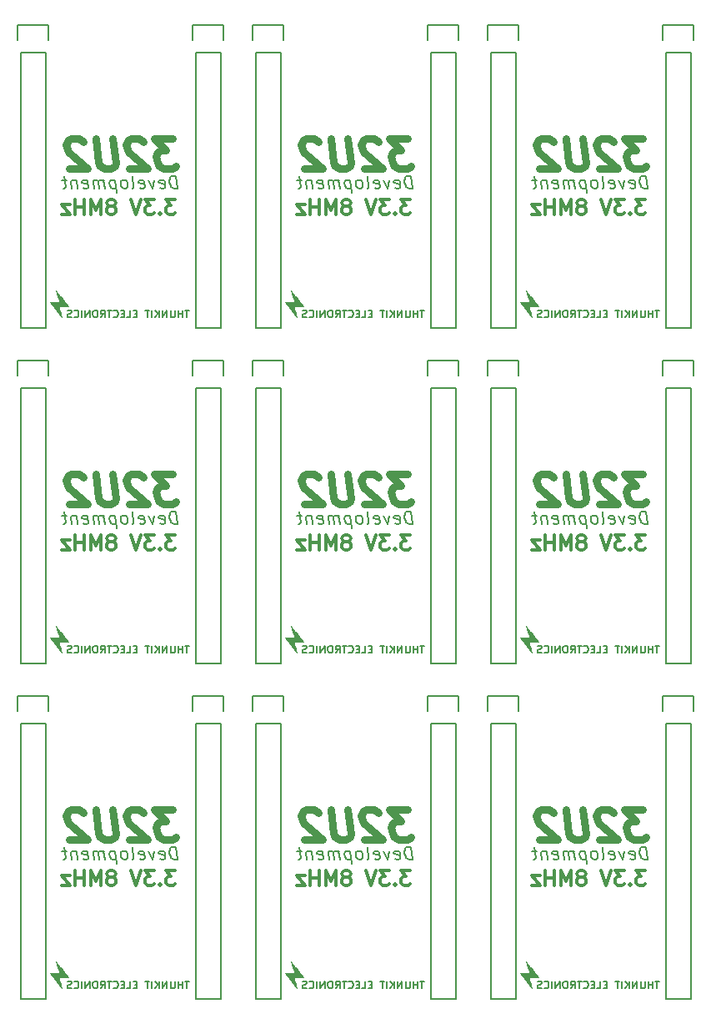
<source format=gbo>
G04 #@! TF.FileFunction,Legend,Bot*
%FSLAX46Y46*%
G04 Gerber Fmt 4.6, Leading zero omitted, Abs format (unit mm)*
G04 Created by KiCad (PCBNEW 4.0.5+dfsg1-4) date Mon Jul 16 11:41:52 2018*
%MOMM*%
%LPD*%
G01*
G04 APERTURE LIST*
%ADD10C,0.100000*%
%ADD11C,0.150000*%
%ADD12C,0.158750*%
%ADD13C,0.762000*%
%ADD14C,0.375000*%
%ADD15C,0.010000*%
G04 APERTURE END LIST*
D10*
D11*
X126357070Y-80742286D02*
X125928499Y-80742286D01*
X126142785Y-81492286D02*
X126142785Y-80742286D01*
X125678499Y-81492286D02*
X125678499Y-80742286D01*
X125678499Y-81099429D02*
X125249927Y-81099429D01*
X125249927Y-81492286D02*
X125249927Y-80742286D01*
X124892785Y-80742286D02*
X124892785Y-81349429D01*
X124857070Y-81420857D01*
X124821356Y-81456571D01*
X124749927Y-81492286D01*
X124607070Y-81492286D01*
X124535642Y-81456571D01*
X124499927Y-81420857D01*
X124464213Y-81349429D01*
X124464213Y-80742286D01*
X124107071Y-81492286D02*
X124107071Y-80742286D01*
X123678499Y-81492286D01*
X123678499Y-80742286D01*
X123321357Y-81492286D02*
X123321357Y-80742286D01*
X122892785Y-81492286D02*
X123214214Y-81063714D01*
X122892785Y-80742286D02*
X123321357Y-81170857D01*
X122571357Y-81492286D02*
X122571357Y-80742286D01*
X122321356Y-80742286D02*
X121892785Y-80742286D01*
X122107071Y-81492286D02*
X122107071Y-80742286D01*
X121071356Y-81099429D02*
X120821356Y-81099429D01*
X120714213Y-81492286D02*
X121071356Y-81492286D01*
X121071356Y-80742286D01*
X120714213Y-80742286D01*
X120035642Y-81492286D02*
X120392785Y-81492286D01*
X120392785Y-80742286D01*
X119785642Y-81099429D02*
X119535642Y-81099429D01*
X119428499Y-81492286D02*
X119785642Y-81492286D01*
X119785642Y-80742286D01*
X119428499Y-80742286D01*
X118678499Y-81420857D02*
X118714213Y-81456571D01*
X118821356Y-81492286D01*
X118892785Y-81492286D01*
X118999928Y-81456571D01*
X119071356Y-81385143D01*
X119107071Y-81313714D01*
X119142785Y-81170857D01*
X119142785Y-81063714D01*
X119107071Y-80920857D01*
X119071356Y-80849429D01*
X118999928Y-80778000D01*
X118892785Y-80742286D01*
X118821356Y-80742286D01*
X118714213Y-80778000D01*
X118678499Y-80813714D01*
X118464213Y-80742286D02*
X118035642Y-80742286D01*
X118249928Y-81492286D02*
X118249928Y-80742286D01*
X117357070Y-81492286D02*
X117607070Y-81135143D01*
X117785642Y-81492286D02*
X117785642Y-80742286D01*
X117499927Y-80742286D01*
X117428499Y-80778000D01*
X117392784Y-80813714D01*
X117357070Y-80885143D01*
X117357070Y-80992286D01*
X117392784Y-81063714D01*
X117428499Y-81099429D01*
X117499927Y-81135143D01*
X117785642Y-81135143D01*
X116892784Y-80742286D02*
X116749927Y-80742286D01*
X116678499Y-80778000D01*
X116607070Y-80849429D01*
X116571356Y-80992286D01*
X116571356Y-81242286D01*
X116607070Y-81385143D01*
X116678499Y-81456571D01*
X116749927Y-81492286D01*
X116892784Y-81492286D01*
X116964213Y-81456571D01*
X117035642Y-81385143D01*
X117071356Y-81242286D01*
X117071356Y-80992286D01*
X117035642Y-80849429D01*
X116964213Y-80778000D01*
X116892784Y-80742286D01*
X116249928Y-81492286D02*
X116249928Y-80742286D01*
X115821356Y-81492286D01*
X115821356Y-80742286D01*
X115464214Y-81492286D02*
X115464214Y-80742286D01*
X114678499Y-81420857D02*
X114714213Y-81456571D01*
X114821356Y-81492286D01*
X114892785Y-81492286D01*
X114999928Y-81456571D01*
X115071356Y-81385143D01*
X115107071Y-81313714D01*
X115142785Y-81170857D01*
X115142785Y-81063714D01*
X115107071Y-80920857D01*
X115071356Y-80849429D01*
X114999928Y-80778000D01*
X114892785Y-80742286D01*
X114821356Y-80742286D01*
X114714213Y-80778000D01*
X114678499Y-80813714D01*
X114392785Y-81456571D02*
X114285642Y-81492286D01*
X114107071Y-81492286D01*
X114035642Y-81456571D01*
X113999928Y-81420857D01*
X113964213Y-81349429D01*
X113964213Y-81278000D01*
X113999928Y-81206571D01*
X114035642Y-81170857D01*
X114107071Y-81135143D01*
X114249928Y-81099429D01*
X114321356Y-81063714D01*
X114357071Y-81028000D01*
X114392785Y-80956571D01*
X114392785Y-80885143D01*
X114357071Y-80813714D01*
X114321356Y-80778000D01*
X114249928Y-80742286D01*
X114071356Y-80742286D01*
X113964213Y-80778000D01*
D12*
X125166815Y-68392524D02*
X125008065Y-67122524D01*
X124705684Y-67122524D01*
X124531816Y-67183000D01*
X124425982Y-67303952D01*
X124380625Y-67424905D01*
X124350387Y-67666810D01*
X124373066Y-67848238D01*
X124463780Y-68090143D01*
X124539375Y-68211095D01*
X124675447Y-68332048D01*
X124864434Y-68392524D01*
X125166815Y-68392524D01*
X123405447Y-68332048D02*
X123533958Y-68392524D01*
X123775863Y-68392524D01*
X123889256Y-68332048D01*
X123934613Y-68211095D01*
X123874137Y-67727286D01*
X123798542Y-67606333D01*
X123670030Y-67545857D01*
X123428125Y-67545857D01*
X123314733Y-67606333D01*
X123269375Y-67727286D01*
X123284494Y-67848238D01*
X123904375Y-67969190D01*
X122823363Y-67545857D02*
X122626815Y-68392524D01*
X122218602Y-67545857D01*
X121349257Y-68332048D02*
X121477768Y-68392524D01*
X121719673Y-68392524D01*
X121833066Y-68332048D01*
X121878423Y-68211095D01*
X121817947Y-67727286D01*
X121742352Y-67606333D01*
X121613840Y-67545857D01*
X121371935Y-67545857D01*
X121258543Y-67606333D01*
X121213185Y-67727286D01*
X121228304Y-67848238D01*
X121848185Y-67969190D01*
X120570625Y-68392524D02*
X120684019Y-68332048D01*
X120729376Y-68211095D01*
X120593304Y-67122524D01*
X119905387Y-68392524D02*
X120018781Y-68332048D01*
X120071697Y-68271571D01*
X120117054Y-68150619D01*
X120071697Y-67787762D01*
X119996102Y-67666810D01*
X119928067Y-67606333D01*
X119799554Y-67545857D01*
X119618126Y-67545857D01*
X119504734Y-67606333D01*
X119451816Y-67666810D01*
X119406459Y-67787762D01*
X119451816Y-68150619D01*
X119527411Y-68271571D01*
X119595448Y-68332048D01*
X119723959Y-68392524D01*
X119905387Y-68392524D01*
X118831935Y-67545857D02*
X118990685Y-68815857D01*
X118839495Y-67606333D02*
X118710983Y-67545857D01*
X118469078Y-67545857D01*
X118355686Y-67606333D01*
X118302768Y-67666810D01*
X118257411Y-67787762D01*
X118302768Y-68150619D01*
X118378363Y-68271571D01*
X118446400Y-68332048D01*
X118574911Y-68392524D01*
X118816816Y-68392524D01*
X118930209Y-68332048D01*
X117788720Y-68392524D02*
X117682887Y-67545857D01*
X117698006Y-67666810D02*
X117629971Y-67606333D01*
X117501458Y-67545857D01*
X117320030Y-67545857D01*
X117206638Y-67606333D01*
X117161280Y-67727286D01*
X117244434Y-68392524D01*
X117161280Y-67727286D02*
X117085685Y-67606333D01*
X116957173Y-67545857D01*
X116775744Y-67545857D01*
X116662352Y-67606333D01*
X116616995Y-67727286D01*
X116700149Y-68392524D01*
X115604019Y-68332048D02*
X115732530Y-68392524D01*
X115974435Y-68392524D01*
X116087828Y-68332048D01*
X116133185Y-68211095D01*
X116072709Y-67727286D01*
X115997114Y-67606333D01*
X115868602Y-67545857D01*
X115626697Y-67545857D01*
X115513305Y-67606333D01*
X115467947Y-67727286D01*
X115483066Y-67848238D01*
X116102947Y-67969190D01*
X114900983Y-67545857D02*
X115006816Y-68392524D01*
X114916102Y-67666810D02*
X114848067Y-67606333D01*
X114719554Y-67545857D01*
X114538126Y-67545857D01*
X114424734Y-67606333D01*
X114379376Y-67727286D01*
X114462530Y-68392524D01*
X113933364Y-67545857D02*
X113449554Y-67545857D01*
X113699018Y-67122524D02*
X113835090Y-68211095D01*
X113789733Y-68332048D01*
X113676339Y-68392524D01*
X113555387Y-68392524D01*
D13*
X124686785Y-63354857D02*
X122799928Y-63354857D01*
X123961071Y-64516000D01*
X123525643Y-64516000D01*
X123253500Y-64661143D01*
X123126500Y-64806286D01*
X123017642Y-65096571D01*
X123108357Y-65822286D01*
X123289785Y-66112571D01*
X123453071Y-66257714D01*
X123761500Y-66402857D01*
X124632357Y-66402857D01*
X124904500Y-66257714D01*
X125031499Y-66112571D01*
X121675072Y-63645143D02*
X121511786Y-63500000D01*
X121203357Y-63354857D01*
X120477643Y-63354857D01*
X120205500Y-63500000D01*
X120078500Y-63645143D01*
X119969643Y-63935429D01*
X120005928Y-64225714D01*
X120205500Y-64661143D01*
X122164928Y-66402857D01*
X120278071Y-66402857D01*
X118590786Y-63354857D02*
X118899215Y-65822286D01*
X118790357Y-66112571D01*
X118663357Y-66257714D01*
X118391214Y-66402857D01*
X117810643Y-66402857D01*
X117502214Y-66257714D01*
X117338928Y-66112571D01*
X117157500Y-65822286D01*
X116849071Y-63354857D01*
X115579072Y-63645143D02*
X115415786Y-63500000D01*
X115107357Y-63354857D01*
X114381643Y-63354857D01*
X114109500Y-63500000D01*
X113982500Y-63645143D01*
X113873643Y-63935429D01*
X113909928Y-64225714D01*
X114109500Y-64661143D01*
X116068928Y-66402857D01*
X114182071Y-66402857D01*
D14*
X124944214Y-69536571D02*
X124015643Y-69536571D01*
X124515643Y-70108000D01*
X124301357Y-70108000D01*
X124158500Y-70179429D01*
X124087071Y-70250857D01*
X124015643Y-70393714D01*
X124015643Y-70750857D01*
X124087071Y-70893714D01*
X124158500Y-70965143D01*
X124301357Y-71036571D01*
X124729929Y-71036571D01*
X124872786Y-70965143D01*
X124944214Y-70893714D01*
X123372786Y-70893714D02*
X123301358Y-70965143D01*
X123372786Y-71036571D01*
X123444215Y-70965143D01*
X123372786Y-70893714D01*
X123372786Y-71036571D01*
X122801357Y-69536571D02*
X121872786Y-69536571D01*
X122372786Y-70108000D01*
X122158500Y-70108000D01*
X122015643Y-70179429D01*
X121944214Y-70250857D01*
X121872786Y-70393714D01*
X121872786Y-70750857D01*
X121944214Y-70893714D01*
X122015643Y-70965143D01*
X122158500Y-71036571D01*
X122587072Y-71036571D01*
X122729929Y-70965143D01*
X122801357Y-70893714D01*
X121444215Y-69536571D02*
X120944215Y-71036571D01*
X120444215Y-69536571D01*
X118587072Y-70179429D02*
X118729930Y-70108000D01*
X118801358Y-70036571D01*
X118872787Y-69893714D01*
X118872787Y-69822286D01*
X118801358Y-69679429D01*
X118729930Y-69608000D01*
X118587072Y-69536571D01*
X118301358Y-69536571D01*
X118158501Y-69608000D01*
X118087072Y-69679429D01*
X118015644Y-69822286D01*
X118015644Y-69893714D01*
X118087072Y-70036571D01*
X118158501Y-70108000D01*
X118301358Y-70179429D01*
X118587072Y-70179429D01*
X118729930Y-70250857D01*
X118801358Y-70322286D01*
X118872787Y-70465143D01*
X118872787Y-70750857D01*
X118801358Y-70893714D01*
X118729930Y-70965143D01*
X118587072Y-71036571D01*
X118301358Y-71036571D01*
X118158501Y-70965143D01*
X118087072Y-70893714D01*
X118015644Y-70750857D01*
X118015644Y-70465143D01*
X118087072Y-70322286D01*
X118158501Y-70250857D01*
X118301358Y-70179429D01*
X117372787Y-71036571D02*
X117372787Y-69536571D01*
X116872787Y-70608000D01*
X116372787Y-69536571D01*
X116372787Y-71036571D01*
X115658501Y-71036571D02*
X115658501Y-69536571D01*
X115658501Y-70250857D02*
X114801358Y-70250857D01*
X114801358Y-71036571D02*
X114801358Y-69536571D01*
X114229929Y-70036571D02*
X113444215Y-70036571D01*
X114229929Y-71036571D01*
X113444215Y-71036571D01*
D11*
X150233071Y-80742286D02*
X149804500Y-80742286D01*
X150018786Y-81492286D02*
X150018786Y-80742286D01*
X149554500Y-81492286D02*
X149554500Y-80742286D01*
X149554500Y-81099429D02*
X149125928Y-81099429D01*
X149125928Y-81492286D02*
X149125928Y-80742286D01*
X148768786Y-80742286D02*
X148768786Y-81349429D01*
X148733071Y-81420857D01*
X148697357Y-81456571D01*
X148625928Y-81492286D01*
X148483071Y-81492286D01*
X148411643Y-81456571D01*
X148375928Y-81420857D01*
X148340214Y-81349429D01*
X148340214Y-80742286D01*
X147983072Y-81492286D02*
X147983072Y-80742286D01*
X147554500Y-81492286D01*
X147554500Y-80742286D01*
X147197358Y-81492286D02*
X147197358Y-80742286D01*
X146768786Y-81492286D02*
X147090215Y-81063714D01*
X146768786Y-80742286D02*
X147197358Y-81170857D01*
X146447358Y-81492286D02*
X146447358Y-80742286D01*
X146197357Y-80742286D02*
X145768786Y-80742286D01*
X145983072Y-81492286D02*
X145983072Y-80742286D01*
X144947357Y-81099429D02*
X144697357Y-81099429D01*
X144590214Y-81492286D02*
X144947357Y-81492286D01*
X144947357Y-80742286D01*
X144590214Y-80742286D01*
X143911643Y-81492286D02*
X144268786Y-81492286D01*
X144268786Y-80742286D01*
X143661643Y-81099429D02*
X143411643Y-81099429D01*
X143304500Y-81492286D02*
X143661643Y-81492286D01*
X143661643Y-80742286D01*
X143304500Y-80742286D01*
X142554500Y-81420857D02*
X142590214Y-81456571D01*
X142697357Y-81492286D01*
X142768786Y-81492286D01*
X142875929Y-81456571D01*
X142947357Y-81385143D01*
X142983072Y-81313714D01*
X143018786Y-81170857D01*
X143018786Y-81063714D01*
X142983072Y-80920857D01*
X142947357Y-80849429D01*
X142875929Y-80778000D01*
X142768786Y-80742286D01*
X142697357Y-80742286D01*
X142590214Y-80778000D01*
X142554500Y-80813714D01*
X142340214Y-80742286D02*
X141911643Y-80742286D01*
X142125929Y-81492286D02*
X142125929Y-80742286D01*
X141233071Y-81492286D02*
X141483071Y-81135143D01*
X141661643Y-81492286D02*
X141661643Y-80742286D01*
X141375928Y-80742286D01*
X141304500Y-80778000D01*
X141268785Y-80813714D01*
X141233071Y-80885143D01*
X141233071Y-80992286D01*
X141268785Y-81063714D01*
X141304500Y-81099429D01*
X141375928Y-81135143D01*
X141661643Y-81135143D01*
X140768785Y-80742286D02*
X140625928Y-80742286D01*
X140554500Y-80778000D01*
X140483071Y-80849429D01*
X140447357Y-80992286D01*
X140447357Y-81242286D01*
X140483071Y-81385143D01*
X140554500Y-81456571D01*
X140625928Y-81492286D01*
X140768785Y-81492286D01*
X140840214Y-81456571D01*
X140911643Y-81385143D01*
X140947357Y-81242286D01*
X140947357Y-80992286D01*
X140911643Y-80849429D01*
X140840214Y-80778000D01*
X140768785Y-80742286D01*
X140125929Y-81492286D02*
X140125929Y-80742286D01*
X139697357Y-81492286D01*
X139697357Y-80742286D01*
X139340215Y-81492286D02*
X139340215Y-80742286D01*
X138554500Y-81420857D02*
X138590214Y-81456571D01*
X138697357Y-81492286D01*
X138768786Y-81492286D01*
X138875929Y-81456571D01*
X138947357Y-81385143D01*
X138983072Y-81313714D01*
X139018786Y-81170857D01*
X139018786Y-81063714D01*
X138983072Y-80920857D01*
X138947357Y-80849429D01*
X138875929Y-80778000D01*
X138768786Y-80742286D01*
X138697357Y-80742286D01*
X138590214Y-80778000D01*
X138554500Y-80813714D01*
X138268786Y-81456571D02*
X138161643Y-81492286D01*
X137983072Y-81492286D01*
X137911643Y-81456571D01*
X137875929Y-81420857D01*
X137840214Y-81349429D01*
X137840214Y-81278000D01*
X137875929Y-81206571D01*
X137911643Y-81170857D01*
X137983072Y-81135143D01*
X138125929Y-81099429D01*
X138197357Y-81063714D01*
X138233072Y-81028000D01*
X138268786Y-80956571D01*
X138268786Y-80885143D01*
X138233072Y-80813714D01*
X138197357Y-80778000D01*
X138125929Y-80742286D01*
X137947357Y-80742286D01*
X137840214Y-80778000D01*
D12*
X149042814Y-68392524D02*
X148884064Y-67122524D01*
X148581683Y-67122524D01*
X148407815Y-67183000D01*
X148301981Y-67303952D01*
X148256624Y-67424905D01*
X148226386Y-67666810D01*
X148249065Y-67848238D01*
X148339779Y-68090143D01*
X148415374Y-68211095D01*
X148551446Y-68332048D01*
X148740433Y-68392524D01*
X149042814Y-68392524D01*
X147281446Y-68332048D02*
X147409957Y-68392524D01*
X147651862Y-68392524D01*
X147765255Y-68332048D01*
X147810612Y-68211095D01*
X147750136Y-67727286D01*
X147674541Y-67606333D01*
X147546029Y-67545857D01*
X147304124Y-67545857D01*
X147190732Y-67606333D01*
X147145374Y-67727286D01*
X147160493Y-67848238D01*
X147780374Y-67969190D01*
X146699362Y-67545857D02*
X146502814Y-68392524D01*
X146094601Y-67545857D01*
X145225256Y-68332048D02*
X145353767Y-68392524D01*
X145595672Y-68392524D01*
X145709065Y-68332048D01*
X145754422Y-68211095D01*
X145693946Y-67727286D01*
X145618351Y-67606333D01*
X145489839Y-67545857D01*
X145247934Y-67545857D01*
X145134542Y-67606333D01*
X145089184Y-67727286D01*
X145104303Y-67848238D01*
X145724184Y-67969190D01*
X144446624Y-68392524D02*
X144560018Y-68332048D01*
X144605375Y-68211095D01*
X144469303Y-67122524D01*
X143781386Y-68392524D02*
X143894780Y-68332048D01*
X143947696Y-68271571D01*
X143993053Y-68150619D01*
X143947696Y-67787762D01*
X143872101Y-67666810D01*
X143804066Y-67606333D01*
X143675553Y-67545857D01*
X143494125Y-67545857D01*
X143380733Y-67606333D01*
X143327815Y-67666810D01*
X143282458Y-67787762D01*
X143327815Y-68150619D01*
X143403410Y-68271571D01*
X143471447Y-68332048D01*
X143599958Y-68392524D01*
X143781386Y-68392524D01*
X142707934Y-67545857D02*
X142866684Y-68815857D01*
X142715494Y-67606333D02*
X142586982Y-67545857D01*
X142345077Y-67545857D01*
X142231685Y-67606333D01*
X142178767Y-67666810D01*
X142133410Y-67787762D01*
X142178767Y-68150619D01*
X142254362Y-68271571D01*
X142322399Y-68332048D01*
X142450910Y-68392524D01*
X142692815Y-68392524D01*
X142806208Y-68332048D01*
X141664719Y-68392524D02*
X141558886Y-67545857D01*
X141574005Y-67666810D02*
X141505970Y-67606333D01*
X141377457Y-67545857D01*
X141196029Y-67545857D01*
X141082637Y-67606333D01*
X141037279Y-67727286D01*
X141120433Y-68392524D01*
X141037279Y-67727286D02*
X140961684Y-67606333D01*
X140833172Y-67545857D01*
X140651743Y-67545857D01*
X140538351Y-67606333D01*
X140492994Y-67727286D01*
X140576148Y-68392524D01*
X139480018Y-68332048D02*
X139608529Y-68392524D01*
X139850434Y-68392524D01*
X139963827Y-68332048D01*
X140009184Y-68211095D01*
X139948708Y-67727286D01*
X139873113Y-67606333D01*
X139744601Y-67545857D01*
X139502696Y-67545857D01*
X139389304Y-67606333D01*
X139343946Y-67727286D01*
X139359065Y-67848238D01*
X139978946Y-67969190D01*
X138776982Y-67545857D02*
X138882815Y-68392524D01*
X138792101Y-67666810D02*
X138724066Y-67606333D01*
X138595553Y-67545857D01*
X138414125Y-67545857D01*
X138300733Y-67606333D01*
X138255375Y-67727286D01*
X138338529Y-68392524D01*
X137809363Y-67545857D02*
X137325553Y-67545857D01*
X137575017Y-67122524D02*
X137711089Y-68211095D01*
X137665732Y-68332048D01*
X137552338Y-68392524D01*
X137431386Y-68392524D01*
D14*
X148820214Y-69536571D02*
X147891643Y-69536571D01*
X148391643Y-70108000D01*
X148177357Y-70108000D01*
X148034500Y-70179429D01*
X147963071Y-70250857D01*
X147891643Y-70393714D01*
X147891643Y-70750857D01*
X147963071Y-70893714D01*
X148034500Y-70965143D01*
X148177357Y-71036571D01*
X148605929Y-71036571D01*
X148748786Y-70965143D01*
X148820214Y-70893714D01*
X147248786Y-70893714D02*
X147177358Y-70965143D01*
X147248786Y-71036571D01*
X147320215Y-70965143D01*
X147248786Y-70893714D01*
X147248786Y-71036571D01*
X146677357Y-69536571D02*
X145748786Y-69536571D01*
X146248786Y-70108000D01*
X146034500Y-70108000D01*
X145891643Y-70179429D01*
X145820214Y-70250857D01*
X145748786Y-70393714D01*
X145748786Y-70750857D01*
X145820214Y-70893714D01*
X145891643Y-70965143D01*
X146034500Y-71036571D01*
X146463072Y-71036571D01*
X146605929Y-70965143D01*
X146677357Y-70893714D01*
X145320215Y-69536571D02*
X144820215Y-71036571D01*
X144320215Y-69536571D01*
X142463072Y-70179429D02*
X142605930Y-70108000D01*
X142677358Y-70036571D01*
X142748787Y-69893714D01*
X142748787Y-69822286D01*
X142677358Y-69679429D01*
X142605930Y-69608000D01*
X142463072Y-69536571D01*
X142177358Y-69536571D01*
X142034501Y-69608000D01*
X141963072Y-69679429D01*
X141891644Y-69822286D01*
X141891644Y-69893714D01*
X141963072Y-70036571D01*
X142034501Y-70108000D01*
X142177358Y-70179429D01*
X142463072Y-70179429D01*
X142605930Y-70250857D01*
X142677358Y-70322286D01*
X142748787Y-70465143D01*
X142748787Y-70750857D01*
X142677358Y-70893714D01*
X142605930Y-70965143D01*
X142463072Y-71036571D01*
X142177358Y-71036571D01*
X142034501Y-70965143D01*
X141963072Y-70893714D01*
X141891644Y-70750857D01*
X141891644Y-70465143D01*
X141963072Y-70322286D01*
X142034501Y-70250857D01*
X142177358Y-70179429D01*
X141248787Y-71036571D02*
X141248787Y-69536571D01*
X140748787Y-70608000D01*
X140248787Y-69536571D01*
X140248787Y-71036571D01*
X139534501Y-71036571D02*
X139534501Y-69536571D01*
X139534501Y-70250857D02*
X138677358Y-70250857D01*
X138677358Y-71036571D02*
X138677358Y-69536571D01*
X138105929Y-70036571D02*
X137320215Y-70036571D01*
X138105929Y-71036571D01*
X137320215Y-71036571D01*
D13*
X148562786Y-63354857D02*
X146675929Y-63354857D01*
X147837072Y-64516000D01*
X147401644Y-64516000D01*
X147129501Y-64661143D01*
X147002501Y-64806286D01*
X146893643Y-65096571D01*
X146984358Y-65822286D01*
X147165786Y-66112571D01*
X147329072Y-66257714D01*
X147637501Y-66402857D01*
X148508358Y-66402857D01*
X148780501Y-66257714D01*
X148907500Y-66112571D01*
X145551073Y-63645143D02*
X145387787Y-63500000D01*
X145079358Y-63354857D01*
X144353644Y-63354857D01*
X144081501Y-63500000D01*
X143954501Y-63645143D01*
X143845644Y-63935429D01*
X143881929Y-64225714D01*
X144081501Y-64661143D01*
X146040929Y-66402857D01*
X144154072Y-66402857D01*
X142466787Y-63354857D02*
X142775216Y-65822286D01*
X142666358Y-66112571D01*
X142539358Y-66257714D01*
X142267215Y-66402857D01*
X141686644Y-66402857D01*
X141378215Y-66257714D01*
X141214929Y-66112571D01*
X141033501Y-65822286D01*
X140725072Y-63354857D01*
X139455073Y-63645143D02*
X139291787Y-63500000D01*
X138983358Y-63354857D01*
X138257644Y-63354857D01*
X137985501Y-63500000D01*
X137858501Y-63645143D01*
X137749644Y-63935429D01*
X137785929Y-64225714D01*
X137985501Y-64661143D01*
X139944929Y-66402857D01*
X138058072Y-66402857D01*
X172438785Y-63354857D02*
X170551928Y-63354857D01*
X171713071Y-64516000D01*
X171277643Y-64516000D01*
X171005500Y-64661143D01*
X170878500Y-64806286D01*
X170769642Y-65096571D01*
X170860357Y-65822286D01*
X171041785Y-66112571D01*
X171205071Y-66257714D01*
X171513500Y-66402857D01*
X172384357Y-66402857D01*
X172656500Y-66257714D01*
X172783499Y-66112571D01*
X169427072Y-63645143D02*
X169263786Y-63500000D01*
X168955357Y-63354857D01*
X168229643Y-63354857D01*
X167957500Y-63500000D01*
X167830500Y-63645143D01*
X167721643Y-63935429D01*
X167757928Y-64225714D01*
X167957500Y-64661143D01*
X169916928Y-66402857D01*
X168030071Y-66402857D01*
X166342786Y-63354857D02*
X166651215Y-65822286D01*
X166542357Y-66112571D01*
X166415357Y-66257714D01*
X166143214Y-66402857D01*
X165562643Y-66402857D01*
X165254214Y-66257714D01*
X165090928Y-66112571D01*
X164909500Y-65822286D01*
X164601071Y-63354857D01*
X163331072Y-63645143D02*
X163167786Y-63500000D01*
X162859357Y-63354857D01*
X162133643Y-63354857D01*
X161861500Y-63500000D01*
X161734500Y-63645143D01*
X161625643Y-63935429D01*
X161661928Y-64225714D01*
X161861500Y-64661143D01*
X163820928Y-66402857D01*
X161934071Y-66402857D01*
D11*
X174109070Y-80742286D02*
X173680499Y-80742286D01*
X173894785Y-81492286D02*
X173894785Y-80742286D01*
X173430499Y-81492286D02*
X173430499Y-80742286D01*
X173430499Y-81099429D02*
X173001927Y-81099429D01*
X173001927Y-81492286D02*
X173001927Y-80742286D01*
X172644785Y-80742286D02*
X172644785Y-81349429D01*
X172609070Y-81420857D01*
X172573356Y-81456571D01*
X172501927Y-81492286D01*
X172359070Y-81492286D01*
X172287642Y-81456571D01*
X172251927Y-81420857D01*
X172216213Y-81349429D01*
X172216213Y-80742286D01*
X171859071Y-81492286D02*
X171859071Y-80742286D01*
X171430499Y-81492286D01*
X171430499Y-80742286D01*
X171073357Y-81492286D02*
X171073357Y-80742286D01*
X170644785Y-81492286D02*
X170966214Y-81063714D01*
X170644785Y-80742286D02*
X171073357Y-81170857D01*
X170323357Y-81492286D02*
X170323357Y-80742286D01*
X170073356Y-80742286D02*
X169644785Y-80742286D01*
X169859071Y-81492286D02*
X169859071Y-80742286D01*
X168823356Y-81099429D02*
X168573356Y-81099429D01*
X168466213Y-81492286D02*
X168823356Y-81492286D01*
X168823356Y-80742286D01*
X168466213Y-80742286D01*
X167787642Y-81492286D02*
X168144785Y-81492286D01*
X168144785Y-80742286D01*
X167537642Y-81099429D02*
X167287642Y-81099429D01*
X167180499Y-81492286D02*
X167537642Y-81492286D01*
X167537642Y-80742286D01*
X167180499Y-80742286D01*
X166430499Y-81420857D02*
X166466213Y-81456571D01*
X166573356Y-81492286D01*
X166644785Y-81492286D01*
X166751928Y-81456571D01*
X166823356Y-81385143D01*
X166859071Y-81313714D01*
X166894785Y-81170857D01*
X166894785Y-81063714D01*
X166859071Y-80920857D01*
X166823356Y-80849429D01*
X166751928Y-80778000D01*
X166644785Y-80742286D01*
X166573356Y-80742286D01*
X166466213Y-80778000D01*
X166430499Y-80813714D01*
X166216213Y-80742286D02*
X165787642Y-80742286D01*
X166001928Y-81492286D02*
X166001928Y-80742286D01*
X165109070Y-81492286D02*
X165359070Y-81135143D01*
X165537642Y-81492286D02*
X165537642Y-80742286D01*
X165251927Y-80742286D01*
X165180499Y-80778000D01*
X165144784Y-80813714D01*
X165109070Y-80885143D01*
X165109070Y-80992286D01*
X165144784Y-81063714D01*
X165180499Y-81099429D01*
X165251927Y-81135143D01*
X165537642Y-81135143D01*
X164644784Y-80742286D02*
X164501927Y-80742286D01*
X164430499Y-80778000D01*
X164359070Y-80849429D01*
X164323356Y-80992286D01*
X164323356Y-81242286D01*
X164359070Y-81385143D01*
X164430499Y-81456571D01*
X164501927Y-81492286D01*
X164644784Y-81492286D01*
X164716213Y-81456571D01*
X164787642Y-81385143D01*
X164823356Y-81242286D01*
X164823356Y-80992286D01*
X164787642Y-80849429D01*
X164716213Y-80778000D01*
X164644784Y-80742286D01*
X164001928Y-81492286D02*
X164001928Y-80742286D01*
X163573356Y-81492286D01*
X163573356Y-80742286D01*
X163216214Y-81492286D02*
X163216214Y-80742286D01*
X162430499Y-81420857D02*
X162466213Y-81456571D01*
X162573356Y-81492286D01*
X162644785Y-81492286D01*
X162751928Y-81456571D01*
X162823356Y-81385143D01*
X162859071Y-81313714D01*
X162894785Y-81170857D01*
X162894785Y-81063714D01*
X162859071Y-80920857D01*
X162823356Y-80849429D01*
X162751928Y-80778000D01*
X162644785Y-80742286D01*
X162573356Y-80742286D01*
X162466213Y-80778000D01*
X162430499Y-80813714D01*
X162144785Y-81456571D02*
X162037642Y-81492286D01*
X161859071Y-81492286D01*
X161787642Y-81456571D01*
X161751928Y-81420857D01*
X161716213Y-81349429D01*
X161716213Y-81278000D01*
X161751928Y-81206571D01*
X161787642Y-81170857D01*
X161859071Y-81135143D01*
X162001928Y-81099429D01*
X162073356Y-81063714D01*
X162109071Y-81028000D01*
X162144785Y-80956571D01*
X162144785Y-80885143D01*
X162109071Y-80813714D01*
X162073356Y-80778000D01*
X162001928Y-80742286D01*
X161823356Y-80742286D01*
X161716213Y-80778000D01*
D12*
X172918815Y-68392524D02*
X172760065Y-67122524D01*
X172457684Y-67122524D01*
X172283816Y-67183000D01*
X172177982Y-67303952D01*
X172132625Y-67424905D01*
X172102387Y-67666810D01*
X172125066Y-67848238D01*
X172215780Y-68090143D01*
X172291375Y-68211095D01*
X172427447Y-68332048D01*
X172616434Y-68392524D01*
X172918815Y-68392524D01*
X171157447Y-68332048D02*
X171285958Y-68392524D01*
X171527863Y-68392524D01*
X171641256Y-68332048D01*
X171686613Y-68211095D01*
X171626137Y-67727286D01*
X171550542Y-67606333D01*
X171422030Y-67545857D01*
X171180125Y-67545857D01*
X171066733Y-67606333D01*
X171021375Y-67727286D01*
X171036494Y-67848238D01*
X171656375Y-67969190D01*
X170575363Y-67545857D02*
X170378815Y-68392524D01*
X169970602Y-67545857D01*
X169101257Y-68332048D02*
X169229768Y-68392524D01*
X169471673Y-68392524D01*
X169585066Y-68332048D01*
X169630423Y-68211095D01*
X169569947Y-67727286D01*
X169494352Y-67606333D01*
X169365840Y-67545857D01*
X169123935Y-67545857D01*
X169010543Y-67606333D01*
X168965185Y-67727286D01*
X168980304Y-67848238D01*
X169600185Y-67969190D01*
X168322625Y-68392524D02*
X168436019Y-68332048D01*
X168481376Y-68211095D01*
X168345304Y-67122524D01*
X167657387Y-68392524D02*
X167770781Y-68332048D01*
X167823697Y-68271571D01*
X167869054Y-68150619D01*
X167823697Y-67787762D01*
X167748102Y-67666810D01*
X167680067Y-67606333D01*
X167551554Y-67545857D01*
X167370126Y-67545857D01*
X167256734Y-67606333D01*
X167203816Y-67666810D01*
X167158459Y-67787762D01*
X167203816Y-68150619D01*
X167279411Y-68271571D01*
X167347448Y-68332048D01*
X167475959Y-68392524D01*
X167657387Y-68392524D01*
X166583935Y-67545857D02*
X166742685Y-68815857D01*
X166591495Y-67606333D02*
X166462983Y-67545857D01*
X166221078Y-67545857D01*
X166107686Y-67606333D01*
X166054768Y-67666810D01*
X166009411Y-67787762D01*
X166054768Y-68150619D01*
X166130363Y-68271571D01*
X166198400Y-68332048D01*
X166326911Y-68392524D01*
X166568816Y-68392524D01*
X166682209Y-68332048D01*
X165540720Y-68392524D02*
X165434887Y-67545857D01*
X165450006Y-67666810D02*
X165381971Y-67606333D01*
X165253458Y-67545857D01*
X165072030Y-67545857D01*
X164958638Y-67606333D01*
X164913280Y-67727286D01*
X164996434Y-68392524D01*
X164913280Y-67727286D02*
X164837685Y-67606333D01*
X164709173Y-67545857D01*
X164527744Y-67545857D01*
X164414352Y-67606333D01*
X164368995Y-67727286D01*
X164452149Y-68392524D01*
X163356019Y-68332048D02*
X163484530Y-68392524D01*
X163726435Y-68392524D01*
X163839828Y-68332048D01*
X163885185Y-68211095D01*
X163824709Y-67727286D01*
X163749114Y-67606333D01*
X163620602Y-67545857D01*
X163378697Y-67545857D01*
X163265305Y-67606333D01*
X163219947Y-67727286D01*
X163235066Y-67848238D01*
X163854947Y-67969190D01*
X162652983Y-67545857D02*
X162758816Y-68392524D01*
X162668102Y-67666810D02*
X162600067Y-67606333D01*
X162471554Y-67545857D01*
X162290126Y-67545857D01*
X162176734Y-67606333D01*
X162131376Y-67727286D01*
X162214530Y-68392524D01*
X161685364Y-67545857D02*
X161201554Y-67545857D01*
X161451018Y-67122524D02*
X161587090Y-68211095D01*
X161541733Y-68332048D01*
X161428339Y-68392524D01*
X161307387Y-68392524D01*
D14*
X172696214Y-69536571D02*
X171767643Y-69536571D01*
X172267643Y-70108000D01*
X172053357Y-70108000D01*
X171910500Y-70179429D01*
X171839071Y-70250857D01*
X171767643Y-70393714D01*
X171767643Y-70750857D01*
X171839071Y-70893714D01*
X171910500Y-70965143D01*
X172053357Y-71036571D01*
X172481929Y-71036571D01*
X172624786Y-70965143D01*
X172696214Y-70893714D01*
X171124786Y-70893714D02*
X171053358Y-70965143D01*
X171124786Y-71036571D01*
X171196215Y-70965143D01*
X171124786Y-70893714D01*
X171124786Y-71036571D01*
X170553357Y-69536571D02*
X169624786Y-69536571D01*
X170124786Y-70108000D01*
X169910500Y-70108000D01*
X169767643Y-70179429D01*
X169696214Y-70250857D01*
X169624786Y-70393714D01*
X169624786Y-70750857D01*
X169696214Y-70893714D01*
X169767643Y-70965143D01*
X169910500Y-71036571D01*
X170339072Y-71036571D01*
X170481929Y-70965143D01*
X170553357Y-70893714D01*
X169196215Y-69536571D02*
X168696215Y-71036571D01*
X168196215Y-69536571D01*
X166339072Y-70179429D02*
X166481930Y-70108000D01*
X166553358Y-70036571D01*
X166624787Y-69893714D01*
X166624787Y-69822286D01*
X166553358Y-69679429D01*
X166481930Y-69608000D01*
X166339072Y-69536571D01*
X166053358Y-69536571D01*
X165910501Y-69608000D01*
X165839072Y-69679429D01*
X165767644Y-69822286D01*
X165767644Y-69893714D01*
X165839072Y-70036571D01*
X165910501Y-70108000D01*
X166053358Y-70179429D01*
X166339072Y-70179429D01*
X166481930Y-70250857D01*
X166553358Y-70322286D01*
X166624787Y-70465143D01*
X166624787Y-70750857D01*
X166553358Y-70893714D01*
X166481930Y-70965143D01*
X166339072Y-71036571D01*
X166053358Y-71036571D01*
X165910501Y-70965143D01*
X165839072Y-70893714D01*
X165767644Y-70750857D01*
X165767644Y-70465143D01*
X165839072Y-70322286D01*
X165910501Y-70250857D01*
X166053358Y-70179429D01*
X165124787Y-71036571D02*
X165124787Y-69536571D01*
X164624787Y-70608000D01*
X164124787Y-69536571D01*
X164124787Y-71036571D01*
X163410501Y-71036571D02*
X163410501Y-69536571D01*
X163410501Y-70250857D02*
X162553358Y-70250857D01*
X162553358Y-71036571D02*
X162553358Y-69536571D01*
X161981929Y-70036571D02*
X161196215Y-70036571D01*
X161981929Y-71036571D01*
X161196215Y-71036571D01*
X124944213Y-137608571D02*
X124015642Y-137608571D01*
X124515642Y-138180000D01*
X124301356Y-138180000D01*
X124158499Y-138251429D01*
X124087070Y-138322857D01*
X124015642Y-138465714D01*
X124015642Y-138822857D01*
X124087070Y-138965714D01*
X124158499Y-139037143D01*
X124301356Y-139108571D01*
X124729928Y-139108571D01*
X124872785Y-139037143D01*
X124944213Y-138965714D01*
X123372785Y-138965714D02*
X123301357Y-139037143D01*
X123372785Y-139108571D01*
X123444214Y-139037143D01*
X123372785Y-138965714D01*
X123372785Y-139108571D01*
X122801356Y-137608571D02*
X121872785Y-137608571D01*
X122372785Y-138180000D01*
X122158499Y-138180000D01*
X122015642Y-138251429D01*
X121944213Y-138322857D01*
X121872785Y-138465714D01*
X121872785Y-138822857D01*
X121944213Y-138965714D01*
X122015642Y-139037143D01*
X122158499Y-139108571D01*
X122587071Y-139108571D01*
X122729928Y-139037143D01*
X122801356Y-138965714D01*
X121444214Y-137608571D02*
X120944214Y-139108571D01*
X120444214Y-137608571D01*
X118587071Y-138251429D02*
X118729929Y-138180000D01*
X118801357Y-138108571D01*
X118872786Y-137965714D01*
X118872786Y-137894286D01*
X118801357Y-137751429D01*
X118729929Y-137680000D01*
X118587071Y-137608571D01*
X118301357Y-137608571D01*
X118158500Y-137680000D01*
X118087071Y-137751429D01*
X118015643Y-137894286D01*
X118015643Y-137965714D01*
X118087071Y-138108571D01*
X118158500Y-138180000D01*
X118301357Y-138251429D01*
X118587071Y-138251429D01*
X118729929Y-138322857D01*
X118801357Y-138394286D01*
X118872786Y-138537143D01*
X118872786Y-138822857D01*
X118801357Y-138965714D01*
X118729929Y-139037143D01*
X118587071Y-139108571D01*
X118301357Y-139108571D01*
X118158500Y-139037143D01*
X118087071Y-138965714D01*
X118015643Y-138822857D01*
X118015643Y-138537143D01*
X118087071Y-138394286D01*
X118158500Y-138322857D01*
X118301357Y-138251429D01*
X117372786Y-139108571D02*
X117372786Y-137608571D01*
X116872786Y-138680000D01*
X116372786Y-137608571D01*
X116372786Y-139108571D01*
X115658500Y-139108571D02*
X115658500Y-137608571D01*
X115658500Y-138322857D02*
X114801357Y-138322857D01*
X114801357Y-139108571D02*
X114801357Y-137608571D01*
X114229928Y-138108571D02*
X113444214Y-138108571D01*
X114229928Y-139108571D01*
X113444214Y-139108571D01*
D11*
X126357071Y-148814286D02*
X125928500Y-148814286D01*
X126142786Y-149564286D02*
X126142786Y-148814286D01*
X125678500Y-149564286D02*
X125678500Y-148814286D01*
X125678500Y-149171429D02*
X125249928Y-149171429D01*
X125249928Y-149564286D02*
X125249928Y-148814286D01*
X124892786Y-148814286D02*
X124892786Y-149421429D01*
X124857071Y-149492857D01*
X124821357Y-149528571D01*
X124749928Y-149564286D01*
X124607071Y-149564286D01*
X124535643Y-149528571D01*
X124499928Y-149492857D01*
X124464214Y-149421429D01*
X124464214Y-148814286D01*
X124107072Y-149564286D02*
X124107072Y-148814286D01*
X123678500Y-149564286D01*
X123678500Y-148814286D01*
X123321358Y-149564286D02*
X123321358Y-148814286D01*
X122892786Y-149564286D02*
X123214215Y-149135714D01*
X122892786Y-148814286D02*
X123321358Y-149242857D01*
X122571358Y-149564286D02*
X122571358Y-148814286D01*
X122321357Y-148814286D02*
X121892786Y-148814286D01*
X122107072Y-149564286D02*
X122107072Y-148814286D01*
X121071357Y-149171429D02*
X120821357Y-149171429D01*
X120714214Y-149564286D02*
X121071357Y-149564286D01*
X121071357Y-148814286D01*
X120714214Y-148814286D01*
X120035643Y-149564286D02*
X120392786Y-149564286D01*
X120392786Y-148814286D01*
X119785643Y-149171429D02*
X119535643Y-149171429D01*
X119428500Y-149564286D02*
X119785643Y-149564286D01*
X119785643Y-148814286D01*
X119428500Y-148814286D01*
X118678500Y-149492857D02*
X118714214Y-149528571D01*
X118821357Y-149564286D01*
X118892786Y-149564286D01*
X118999929Y-149528571D01*
X119071357Y-149457143D01*
X119107072Y-149385714D01*
X119142786Y-149242857D01*
X119142786Y-149135714D01*
X119107072Y-148992857D01*
X119071357Y-148921429D01*
X118999929Y-148850000D01*
X118892786Y-148814286D01*
X118821357Y-148814286D01*
X118714214Y-148850000D01*
X118678500Y-148885714D01*
X118464214Y-148814286D02*
X118035643Y-148814286D01*
X118249929Y-149564286D02*
X118249929Y-148814286D01*
X117357071Y-149564286D02*
X117607071Y-149207143D01*
X117785643Y-149564286D02*
X117785643Y-148814286D01*
X117499928Y-148814286D01*
X117428500Y-148850000D01*
X117392785Y-148885714D01*
X117357071Y-148957143D01*
X117357071Y-149064286D01*
X117392785Y-149135714D01*
X117428500Y-149171429D01*
X117499928Y-149207143D01*
X117785643Y-149207143D01*
X116892785Y-148814286D02*
X116749928Y-148814286D01*
X116678500Y-148850000D01*
X116607071Y-148921429D01*
X116571357Y-149064286D01*
X116571357Y-149314286D01*
X116607071Y-149457143D01*
X116678500Y-149528571D01*
X116749928Y-149564286D01*
X116892785Y-149564286D01*
X116964214Y-149528571D01*
X117035643Y-149457143D01*
X117071357Y-149314286D01*
X117071357Y-149064286D01*
X117035643Y-148921429D01*
X116964214Y-148850000D01*
X116892785Y-148814286D01*
X116249929Y-149564286D02*
X116249929Y-148814286D01*
X115821357Y-149564286D01*
X115821357Y-148814286D01*
X115464215Y-149564286D02*
X115464215Y-148814286D01*
X114678500Y-149492857D02*
X114714214Y-149528571D01*
X114821357Y-149564286D01*
X114892786Y-149564286D01*
X114999929Y-149528571D01*
X115071357Y-149457143D01*
X115107072Y-149385714D01*
X115142786Y-149242857D01*
X115142786Y-149135714D01*
X115107072Y-148992857D01*
X115071357Y-148921429D01*
X114999929Y-148850000D01*
X114892786Y-148814286D01*
X114821357Y-148814286D01*
X114714214Y-148850000D01*
X114678500Y-148885714D01*
X114392786Y-149528571D02*
X114285643Y-149564286D01*
X114107072Y-149564286D01*
X114035643Y-149528571D01*
X113999929Y-149492857D01*
X113964214Y-149421429D01*
X113964214Y-149350000D01*
X113999929Y-149278571D01*
X114035643Y-149242857D01*
X114107072Y-149207143D01*
X114249929Y-149171429D01*
X114321357Y-149135714D01*
X114357072Y-149100000D01*
X114392786Y-149028571D01*
X114392786Y-148957143D01*
X114357072Y-148885714D01*
X114321357Y-148850000D01*
X114249929Y-148814286D01*
X114071357Y-148814286D01*
X113964214Y-148850000D01*
D13*
X124686784Y-131426857D02*
X122799927Y-131426857D01*
X123961070Y-132588000D01*
X123525642Y-132588000D01*
X123253499Y-132733143D01*
X123126499Y-132878286D01*
X123017641Y-133168571D01*
X123108356Y-133894286D01*
X123289784Y-134184571D01*
X123453070Y-134329714D01*
X123761499Y-134474857D01*
X124632356Y-134474857D01*
X124904499Y-134329714D01*
X125031498Y-134184571D01*
X121675071Y-131717143D02*
X121511785Y-131572000D01*
X121203356Y-131426857D01*
X120477642Y-131426857D01*
X120205499Y-131572000D01*
X120078499Y-131717143D01*
X119969642Y-132007429D01*
X120005927Y-132297714D01*
X120205499Y-132733143D01*
X122164927Y-134474857D01*
X120278070Y-134474857D01*
X118590785Y-131426857D02*
X118899214Y-133894286D01*
X118790356Y-134184571D01*
X118663356Y-134329714D01*
X118391213Y-134474857D01*
X117810642Y-134474857D01*
X117502213Y-134329714D01*
X117338927Y-134184571D01*
X117157499Y-133894286D01*
X116849070Y-131426857D01*
X115579071Y-131717143D02*
X115415785Y-131572000D01*
X115107356Y-131426857D01*
X114381642Y-131426857D01*
X114109499Y-131572000D01*
X113982499Y-131717143D01*
X113873642Y-132007429D01*
X113909927Y-132297714D01*
X114109499Y-132733143D01*
X116068927Y-134474857D01*
X114182070Y-134474857D01*
D12*
X125166814Y-136464524D02*
X125008064Y-135194524D01*
X124705683Y-135194524D01*
X124531815Y-135255000D01*
X124425981Y-135375952D01*
X124380624Y-135496905D01*
X124350386Y-135738810D01*
X124373065Y-135920238D01*
X124463779Y-136162143D01*
X124539374Y-136283095D01*
X124675446Y-136404048D01*
X124864433Y-136464524D01*
X125166814Y-136464524D01*
X123405446Y-136404048D02*
X123533957Y-136464524D01*
X123775862Y-136464524D01*
X123889255Y-136404048D01*
X123934612Y-136283095D01*
X123874136Y-135799286D01*
X123798541Y-135678333D01*
X123670029Y-135617857D01*
X123428124Y-135617857D01*
X123314732Y-135678333D01*
X123269374Y-135799286D01*
X123284493Y-135920238D01*
X123904374Y-136041190D01*
X122823362Y-135617857D02*
X122626814Y-136464524D01*
X122218601Y-135617857D01*
X121349256Y-136404048D02*
X121477767Y-136464524D01*
X121719672Y-136464524D01*
X121833065Y-136404048D01*
X121878422Y-136283095D01*
X121817946Y-135799286D01*
X121742351Y-135678333D01*
X121613839Y-135617857D01*
X121371934Y-135617857D01*
X121258542Y-135678333D01*
X121213184Y-135799286D01*
X121228303Y-135920238D01*
X121848184Y-136041190D01*
X120570624Y-136464524D02*
X120684018Y-136404048D01*
X120729375Y-136283095D01*
X120593303Y-135194524D01*
X119905386Y-136464524D02*
X120018780Y-136404048D01*
X120071696Y-136343571D01*
X120117053Y-136222619D01*
X120071696Y-135859762D01*
X119996101Y-135738810D01*
X119928066Y-135678333D01*
X119799553Y-135617857D01*
X119618125Y-135617857D01*
X119504733Y-135678333D01*
X119451815Y-135738810D01*
X119406458Y-135859762D01*
X119451815Y-136222619D01*
X119527410Y-136343571D01*
X119595447Y-136404048D01*
X119723958Y-136464524D01*
X119905386Y-136464524D01*
X118831934Y-135617857D02*
X118990684Y-136887857D01*
X118839494Y-135678333D02*
X118710982Y-135617857D01*
X118469077Y-135617857D01*
X118355685Y-135678333D01*
X118302767Y-135738810D01*
X118257410Y-135859762D01*
X118302767Y-136222619D01*
X118378362Y-136343571D01*
X118446399Y-136404048D01*
X118574910Y-136464524D01*
X118816815Y-136464524D01*
X118930208Y-136404048D01*
X117788719Y-136464524D02*
X117682886Y-135617857D01*
X117698005Y-135738810D02*
X117629970Y-135678333D01*
X117501457Y-135617857D01*
X117320029Y-135617857D01*
X117206637Y-135678333D01*
X117161279Y-135799286D01*
X117244433Y-136464524D01*
X117161279Y-135799286D02*
X117085684Y-135678333D01*
X116957172Y-135617857D01*
X116775743Y-135617857D01*
X116662351Y-135678333D01*
X116616994Y-135799286D01*
X116700148Y-136464524D01*
X115604018Y-136404048D02*
X115732529Y-136464524D01*
X115974434Y-136464524D01*
X116087827Y-136404048D01*
X116133184Y-136283095D01*
X116072708Y-135799286D01*
X115997113Y-135678333D01*
X115868601Y-135617857D01*
X115626696Y-135617857D01*
X115513304Y-135678333D01*
X115467946Y-135799286D01*
X115483065Y-135920238D01*
X116102946Y-136041190D01*
X114900982Y-135617857D02*
X115006815Y-136464524D01*
X114916101Y-135738810D02*
X114848066Y-135678333D01*
X114719553Y-135617857D01*
X114538125Y-135617857D01*
X114424733Y-135678333D01*
X114379375Y-135799286D01*
X114462529Y-136464524D01*
X113933363Y-135617857D02*
X113449553Y-135617857D01*
X113699017Y-135194524D02*
X113835089Y-136283095D01*
X113789732Y-136404048D01*
X113676338Y-136464524D01*
X113555386Y-136464524D01*
D11*
X174109071Y-148814286D02*
X173680500Y-148814286D01*
X173894786Y-149564286D02*
X173894786Y-148814286D01*
X173430500Y-149564286D02*
X173430500Y-148814286D01*
X173430500Y-149171429D02*
X173001928Y-149171429D01*
X173001928Y-149564286D02*
X173001928Y-148814286D01*
X172644786Y-148814286D02*
X172644786Y-149421429D01*
X172609071Y-149492857D01*
X172573357Y-149528571D01*
X172501928Y-149564286D01*
X172359071Y-149564286D01*
X172287643Y-149528571D01*
X172251928Y-149492857D01*
X172216214Y-149421429D01*
X172216214Y-148814286D01*
X171859072Y-149564286D02*
X171859072Y-148814286D01*
X171430500Y-149564286D01*
X171430500Y-148814286D01*
X171073358Y-149564286D02*
X171073358Y-148814286D01*
X170644786Y-149564286D02*
X170966215Y-149135714D01*
X170644786Y-148814286D02*
X171073358Y-149242857D01*
X170323358Y-149564286D02*
X170323358Y-148814286D01*
X170073357Y-148814286D02*
X169644786Y-148814286D01*
X169859072Y-149564286D02*
X169859072Y-148814286D01*
X168823357Y-149171429D02*
X168573357Y-149171429D01*
X168466214Y-149564286D02*
X168823357Y-149564286D01*
X168823357Y-148814286D01*
X168466214Y-148814286D01*
X167787643Y-149564286D02*
X168144786Y-149564286D01*
X168144786Y-148814286D01*
X167537643Y-149171429D02*
X167287643Y-149171429D01*
X167180500Y-149564286D02*
X167537643Y-149564286D01*
X167537643Y-148814286D01*
X167180500Y-148814286D01*
X166430500Y-149492857D02*
X166466214Y-149528571D01*
X166573357Y-149564286D01*
X166644786Y-149564286D01*
X166751929Y-149528571D01*
X166823357Y-149457143D01*
X166859072Y-149385714D01*
X166894786Y-149242857D01*
X166894786Y-149135714D01*
X166859072Y-148992857D01*
X166823357Y-148921429D01*
X166751929Y-148850000D01*
X166644786Y-148814286D01*
X166573357Y-148814286D01*
X166466214Y-148850000D01*
X166430500Y-148885714D01*
X166216214Y-148814286D02*
X165787643Y-148814286D01*
X166001929Y-149564286D02*
X166001929Y-148814286D01*
X165109071Y-149564286D02*
X165359071Y-149207143D01*
X165537643Y-149564286D02*
X165537643Y-148814286D01*
X165251928Y-148814286D01*
X165180500Y-148850000D01*
X165144785Y-148885714D01*
X165109071Y-148957143D01*
X165109071Y-149064286D01*
X165144785Y-149135714D01*
X165180500Y-149171429D01*
X165251928Y-149207143D01*
X165537643Y-149207143D01*
X164644785Y-148814286D02*
X164501928Y-148814286D01*
X164430500Y-148850000D01*
X164359071Y-148921429D01*
X164323357Y-149064286D01*
X164323357Y-149314286D01*
X164359071Y-149457143D01*
X164430500Y-149528571D01*
X164501928Y-149564286D01*
X164644785Y-149564286D01*
X164716214Y-149528571D01*
X164787643Y-149457143D01*
X164823357Y-149314286D01*
X164823357Y-149064286D01*
X164787643Y-148921429D01*
X164716214Y-148850000D01*
X164644785Y-148814286D01*
X164001929Y-149564286D02*
X164001929Y-148814286D01*
X163573357Y-149564286D01*
X163573357Y-148814286D01*
X163216215Y-149564286D02*
X163216215Y-148814286D01*
X162430500Y-149492857D02*
X162466214Y-149528571D01*
X162573357Y-149564286D01*
X162644786Y-149564286D01*
X162751929Y-149528571D01*
X162823357Y-149457143D01*
X162859072Y-149385714D01*
X162894786Y-149242857D01*
X162894786Y-149135714D01*
X162859072Y-148992857D01*
X162823357Y-148921429D01*
X162751929Y-148850000D01*
X162644786Y-148814286D01*
X162573357Y-148814286D01*
X162466214Y-148850000D01*
X162430500Y-148885714D01*
X162144786Y-149528571D02*
X162037643Y-149564286D01*
X161859072Y-149564286D01*
X161787643Y-149528571D01*
X161751929Y-149492857D01*
X161716214Y-149421429D01*
X161716214Y-149350000D01*
X161751929Y-149278571D01*
X161787643Y-149242857D01*
X161859072Y-149207143D01*
X162001929Y-149171429D01*
X162073357Y-149135714D01*
X162109072Y-149100000D01*
X162144786Y-149028571D01*
X162144786Y-148957143D01*
X162109072Y-148885714D01*
X162073357Y-148850000D01*
X162001929Y-148814286D01*
X161823357Y-148814286D01*
X161716214Y-148850000D01*
D14*
X172696213Y-137608571D02*
X171767642Y-137608571D01*
X172267642Y-138180000D01*
X172053356Y-138180000D01*
X171910499Y-138251429D01*
X171839070Y-138322857D01*
X171767642Y-138465714D01*
X171767642Y-138822857D01*
X171839070Y-138965714D01*
X171910499Y-139037143D01*
X172053356Y-139108571D01*
X172481928Y-139108571D01*
X172624785Y-139037143D01*
X172696213Y-138965714D01*
X171124785Y-138965714D02*
X171053357Y-139037143D01*
X171124785Y-139108571D01*
X171196214Y-139037143D01*
X171124785Y-138965714D01*
X171124785Y-139108571D01*
X170553356Y-137608571D02*
X169624785Y-137608571D01*
X170124785Y-138180000D01*
X169910499Y-138180000D01*
X169767642Y-138251429D01*
X169696213Y-138322857D01*
X169624785Y-138465714D01*
X169624785Y-138822857D01*
X169696213Y-138965714D01*
X169767642Y-139037143D01*
X169910499Y-139108571D01*
X170339071Y-139108571D01*
X170481928Y-139037143D01*
X170553356Y-138965714D01*
X169196214Y-137608571D02*
X168696214Y-139108571D01*
X168196214Y-137608571D01*
X166339071Y-138251429D02*
X166481929Y-138180000D01*
X166553357Y-138108571D01*
X166624786Y-137965714D01*
X166624786Y-137894286D01*
X166553357Y-137751429D01*
X166481929Y-137680000D01*
X166339071Y-137608571D01*
X166053357Y-137608571D01*
X165910500Y-137680000D01*
X165839071Y-137751429D01*
X165767643Y-137894286D01*
X165767643Y-137965714D01*
X165839071Y-138108571D01*
X165910500Y-138180000D01*
X166053357Y-138251429D01*
X166339071Y-138251429D01*
X166481929Y-138322857D01*
X166553357Y-138394286D01*
X166624786Y-138537143D01*
X166624786Y-138822857D01*
X166553357Y-138965714D01*
X166481929Y-139037143D01*
X166339071Y-139108571D01*
X166053357Y-139108571D01*
X165910500Y-139037143D01*
X165839071Y-138965714D01*
X165767643Y-138822857D01*
X165767643Y-138537143D01*
X165839071Y-138394286D01*
X165910500Y-138322857D01*
X166053357Y-138251429D01*
X165124786Y-139108571D02*
X165124786Y-137608571D01*
X164624786Y-138680000D01*
X164124786Y-137608571D01*
X164124786Y-139108571D01*
X163410500Y-139108571D02*
X163410500Y-137608571D01*
X163410500Y-138322857D02*
X162553357Y-138322857D01*
X162553357Y-139108571D02*
X162553357Y-137608571D01*
X161981928Y-138108571D02*
X161196214Y-138108571D01*
X161981928Y-139108571D01*
X161196214Y-139108571D01*
D12*
X172918814Y-136464524D02*
X172760064Y-135194524D01*
X172457683Y-135194524D01*
X172283815Y-135255000D01*
X172177981Y-135375952D01*
X172132624Y-135496905D01*
X172102386Y-135738810D01*
X172125065Y-135920238D01*
X172215779Y-136162143D01*
X172291374Y-136283095D01*
X172427446Y-136404048D01*
X172616433Y-136464524D01*
X172918814Y-136464524D01*
X171157446Y-136404048D02*
X171285957Y-136464524D01*
X171527862Y-136464524D01*
X171641255Y-136404048D01*
X171686612Y-136283095D01*
X171626136Y-135799286D01*
X171550541Y-135678333D01*
X171422029Y-135617857D01*
X171180124Y-135617857D01*
X171066732Y-135678333D01*
X171021374Y-135799286D01*
X171036493Y-135920238D01*
X171656374Y-136041190D01*
X170575362Y-135617857D02*
X170378814Y-136464524D01*
X169970601Y-135617857D01*
X169101256Y-136404048D02*
X169229767Y-136464524D01*
X169471672Y-136464524D01*
X169585065Y-136404048D01*
X169630422Y-136283095D01*
X169569946Y-135799286D01*
X169494351Y-135678333D01*
X169365839Y-135617857D01*
X169123934Y-135617857D01*
X169010542Y-135678333D01*
X168965184Y-135799286D01*
X168980303Y-135920238D01*
X169600184Y-136041190D01*
X168322624Y-136464524D02*
X168436018Y-136404048D01*
X168481375Y-136283095D01*
X168345303Y-135194524D01*
X167657386Y-136464524D02*
X167770780Y-136404048D01*
X167823696Y-136343571D01*
X167869053Y-136222619D01*
X167823696Y-135859762D01*
X167748101Y-135738810D01*
X167680066Y-135678333D01*
X167551553Y-135617857D01*
X167370125Y-135617857D01*
X167256733Y-135678333D01*
X167203815Y-135738810D01*
X167158458Y-135859762D01*
X167203815Y-136222619D01*
X167279410Y-136343571D01*
X167347447Y-136404048D01*
X167475958Y-136464524D01*
X167657386Y-136464524D01*
X166583934Y-135617857D02*
X166742684Y-136887857D01*
X166591494Y-135678333D02*
X166462982Y-135617857D01*
X166221077Y-135617857D01*
X166107685Y-135678333D01*
X166054767Y-135738810D01*
X166009410Y-135859762D01*
X166054767Y-136222619D01*
X166130362Y-136343571D01*
X166198399Y-136404048D01*
X166326910Y-136464524D01*
X166568815Y-136464524D01*
X166682208Y-136404048D01*
X165540719Y-136464524D02*
X165434886Y-135617857D01*
X165450005Y-135738810D02*
X165381970Y-135678333D01*
X165253457Y-135617857D01*
X165072029Y-135617857D01*
X164958637Y-135678333D01*
X164913279Y-135799286D01*
X164996433Y-136464524D01*
X164913279Y-135799286D02*
X164837684Y-135678333D01*
X164709172Y-135617857D01*
X164527743Y-135617857D01*
X164414351Y-135678333D01*
X164368994Y-135799286D01*
X164452148Y-136464524D01*
X163356018Y-136404048D02*
X163484529Y-136464524D01*
X163726434Y-136464524D01*
X163839827Y-136404048D01*
X163885184Y-136283095D01*
X163824708Y-135799286D01*
X163749113Y-135678333D01*
X163620601Y-135617857D01*
X163378696Y-135617857D01*
X163265304Y-135678333D01*
X163219946Y-135799286D01*
X163235065Y-135920238D01*
X163854946Y-136041190D01*
X162652982Y-135617857D02*
X162758815Y-136464524D01*
X162668101Y-135738810D02*
X162600066Y-135678333D01*
X162471553Y-135617857D01*
X162290125Y-135617857D01*
X162176733Y-135678333D01*
X162131375Y-135799286D01*
X162214529Y-136464524D01*
X161685363Y-135617857D02*
X161201553Y-135617857D01*
X161451017Y-135194524D02*
X161587089Y-136283095D01*
X161541732Y-136404048D01*
X161428338Y-136464524D01*
X161307386Y-136464524D01*
D13*
X172438784Y-131426857D02*
X170551927Y-131426857D01*
X171713070Y-132588000D01*
X171277642Y-132588000D01*
X171005499Y-132733143D01*
X170878499Y-132878286D01*
X170769641Y-133168571D01*
X170860356Y-133894286D01*
X171041784Y-134184571D01*
X171205070Y-134329714D01*
X171513499Y-134474857D01*
X172384356Y-134474857D01*
X172656499Y-134329714D01*
X172783498Y-134184571D01*
X169427071Y-131717143D02*
X169263785Y-131572000D01*
X168955356Y-131426857D01*
X168229642Y-131426857D01*
X167957499Y-131572000D01*
X167830499Y-131717143D01*
X167721642Y-132007429D01*
X167757927Y-132297714D01*
X167957499Y-132733143D01*
X169916927Y-134474857D01*
X168030070Y-134474857D01*
X166342785Y-131426857D02*
X166651214Y-133894286D01*
X166542356Y-134184571D01*
X166415356Y-134329714D01*
X166143213Y-134474857D01*
X165562642Y-134474857D01*
X165254213Y-134329714D01*
X165090927Y-134184571D01*
X164909499Y-133894286D01*
X164601070Y-131426857D01*
X163331071Y-131717143D02*
X163167785Y-131572000D01*
X162859356Y-131426857D01*
X162133642Y-131426857D01*
X161861499Y-131572000D01*
X161734499Y-131717143D01*
X161625642Y-132007429D01*
X161661927Y-132297714D01*
X161861499Y-132733143D01*
X163820927Y-134474857D01*
X161934070Y-134474857D01*
D11*
X150233071Y-148814286D02*
X149804500Y-148814286D01*
X150018786Y-149564286D02*
X150018786Y-148814286D01*
X149554500Y-149564286D02*
X149554500Y-148814286D01*
X149554500Y-149171429D02*
X149125928Y-149171429D01*
X149125928Y-149564286D02*
X149125928Y-148814286D01*
X148768786Y-148814286D02*
X148768786Y-149421429D01*
X148733071Y-149492857D01*
X148697357Y-149528571D01*
X148625928Y-149564286D01*
X148483071Y-149564286D01*
X148411643Y-149528571D01*
X148375928Y-149492857D01*
X148340214Y-149421429D01*
X148340214Y-148814286D01*
X147983072Y-149564286D02*
X147983072Y-148814286D01*
X147554500Y-149564286D01*
X147554500Y-148814286D01*
X147197358Y-149564286D02*
X147197358Y-148814286D01*
X146768786Y-149564286D02*
X147090215Y-149135714D01*
X146768786Y-148814286D02*
X147197358Y-149242857D01*
X146447358Y-149564286D02*
X146447358Y-148814286D01*
X146197357Y-148814286D02*
X145768786Y-148814286D01*
X145983072Y-149564286D02*
X145983072Y-148814286D01*
X144947357Y-149171429D02*
X144697357Y-149171429D01*
X144590214Y-149564286D02*
X144947357Y-149564286D01*
X144947357Y-148814286D01*
X144590214Y-148814286D01*
X143911643Y-149564286D02*
X144268786Y-149564286D01*
X144268786Y-148814286D01*
X143661643Y-149171429D02*
X143411643Y-149171429D01*
X143304500Y-149564286D02*
X143661643Y-149564286D01*
X143661643Y-148814286D01*
X143304500Y-148814286D01*
X142554500Y-149492857D02*
X142590214Y-149528571D01*
X142697357Y-149564286D01*
X142768786Y-149564286D01*
X142875929Y-149528571D01*
X142947357Y-149457143D01*
X142983072Y-149385714D01*
X143018786Y-149242857D01*
X143018786Y-149135714D01*
X142983072Y-148992857D01*
X142947357Y-148921429D01*
X142875929Y-148850000D01*
X142768786Y-148814286D01*
X142697357Y-148814286D01*
X142590214Y-148850000D01*
X142554500Y-148885714D01*
X142340214Y-148814286D02*
X141911643Y-148814286D01*
X142125929Y-149564286D02*
X142125929Y-148814286D01*
X141233071Y-149564286D02*
X141483071Y-149207143D01*
X141661643Y-149564286D02*
X141661643Y-148814286D01*
X141375928Y-148814286D01*
X141304500Y-148850000D01*
X141268785Y-148885714D01*
X141233071Y-148957143D01*
X141233071Y-149064286D01*
X141268785Y-149135714D01*
X141304500Y-149171429D01*
X141375928Y-149207143D01*
X141661643Y-149207143D01*
X140768785Y-148814286D02*
X140625928Y-148814286D01*
X140554500Y-148850000D01*
X140483071Y-148921429D01*
X140447357Y-149064286D01*
X140447357Y-149314286D01*
X140483071Y-149457143D01*
X140554500Y-149528571D01*
X140625928Y-149564286D01*
X140768785Y-149564286D01*
X140840214Y-149528571D01*
X140911643Y-149457143D01*
X140947357Y-149314286D01*
X140947357Y-149064286D01*
X140911643Y-148921429D01*
X140840214Y-148850000D01*
X140768785Y-148814286D01*
X140125929Y-149564286D02*
X140125929Y-148814286D01*
X139697357Y-149564286D01*
X139697357Y-148814286D01*
X139340215Y-149564286D02*
X139340215Y-148814286D01*
X138554500Y-149492857D02*
X138590214Y-149528571D01*
X138697357Y-149564286D01*
X138768786Y-149564286D01*
X138875929Y-149528571D01*
X138947357Y-149457143D01*
X138983072Y-149385714D01*
X139018786Y-149242857D01*
X139018786Y-149135714D01*
X138983072Y-148992857D01*
X138947357Y-148921429D01*
X138875929Y-148850000D01*
X138768786Y-148814286D01*
X138697357Y-148814286D01*
X138590214Y-148850000D01*
X138554500Y-148885714D01*
X138268786Y-149528571D02*
X138161643Y-149564286D01*
X137983072Y-149564286D01*
X137911643Y-149528571D01*
X137875929Y-149492857D01*
X137840214Y-149421429D01*
X137840214Y-149350000D01*
X137875929Y-149278571D01*
X137911643Y-149242857D01*
X137983072Y-149207143D01*
X138125929Y-149171429D01*
X138197357Y-149135714D01*
X138233072Y-149100000D01*
X138268786Y-149028571D01*
X138268786Y-148957143D01*
X138233072Y-148885714D01*
X138197357Y-148850000D01*
X138125929Y-148814286D01*
X137947357Y-148814286D01*
X137840214Y-148850000D01*
D12*
X149042814Y-136464524D02*
X148884064Y-135194524D01*
X148581683Y-135194524D01*
X148407815Y-135255000D01*
X148301981Y-135375952D01*
X148256624Y-135496905D01*
X148226386Y-135738810D01*
X148249065Y-135920238D01*
X148339779Y-136162143D01*
X148415374Y-136283095D01*
X148551446Y-136404048D01*
X148740433Y-136464524D01*
X149042814Y-136464524D01*
X147281446Y-136404048D02*
X147409957Y-136464524D01*
X147651862Y-136464524D01*
X147765255Y-136404048D01*
X147810612Y-136283095D01*
X147750136Y-135799286D01*
X147674541Y-135678333D01*
X147546029Y-135617857D01*
X147304124Y-135617857D01*
X147190732Y-135678333D01*
X147145374Y-135799286D01*
X147160493Y-135920238D01*
X147780374Y-136041190D01*
X146699362Y-135617857D02*
X146502814Y-136464524D01*
X146094601Y-135617857D01*
X145225256Y-136404048D02*
X145353767Y-136464524D01*
X145595672Y-136464524D01*
X145709065Y-136404048D01*
X145754422Y-136283095D01*
X145693946Y-135799286D01*
X145618351Y-135678333D01*
X145489839Y-135617857D01*
X145247934Y-135617857D01*
X145134542Y-135678333D01*
X145089184Y-135799286D01*
X145104303Y-135920238D01*
X145724184Y-136041190D01*
X144446624Y-136464524D02*
X144560018Y-136404048D01*
X144605375Y-136283095D01*
X144469303Y-135194524D01*
X143781386Y-136464524D02*
X143894780Y-136404048D01*
X143947696Y-136343571D01*
X143993053Y-136222619D01*
X143947696Y-135859762D01*
X143872101Y-135738810D01*
X143804066Y-135678333D01*
X143675553Y-135617857D01*
X143494125Y-135617857D01*
X143380733Y-135678333D01*
X143327815Y-135738810D01*
X143282458Y-135859762D01*
X143327815Y-136222619D01*
X143403410Y-136343571D01*
X143471447Y-136404048D01*
X143599958Y-136464524D01*
X143781386Y-136464524D01*
X142707934Y-135617857D02*
X142866684Y-136887857D01*
X142715494Y-135678333D02*
X142586982Y-135617857D01*
X142345077Y-135617857D01*
X142231685Y-135678333D01*
X142178767Y-135738810D01*
X142133410Y-135859762D01*
X142178767Y-136222619D01*
X142254362Y-136343571D01*
X142322399Y-136404048D01*
X142450910Y-136464524D01*
X142692815Y-136464524D01*
X142806208Y-136404048D01*
X141664719Y-136464524D02*
X141558886Y-135617857D01*
X141574005Y-135738810D02*
X141505970Y-135678333D01*
X141377457Y-135617857D01*
X141196029Y-135617857D01*
X141082637Y-135678333D01*
X141037279Y-135799286D01*
X141120433Y-136464524D01*
X141037279Y-135799286D02*
X140961684Y-135678333D01*
X140833172Y-135617857D01*
X140651743Y-135617857D01*
X140538351Y-135678333D01*
X140492994Y-135799286D01*
X140576148Y-136464524D01*
X139480018Y-136404048D02*
X139608529Y-136464524D01*
X139850434Y-136464524D01*
X139963827Y-136404048D01*
X140009184Y-136283095D01*
X139948708Y-135799286D01*
X139873113Y-135678333D01*
X139744601Y-135617857D01*
X139502696Y-135617857D01*
X139389304Y-135678333D01*
X139343946Y-135799286D01*
X139359065Y-135920238D01*
X139978946Y-136041190D01*
X138776982Y-135617857D02*
X138882815Y-136464524D01*
X138792101Y-135738810D02*
X138724066Y-135678333D01*
X138595553Y-135617857D01*
X138414125Y-135617857D01*
X138300733Y-135678333D01*
X138255375Y-135799286D01*
X138338529Y-136464524D01*
X137809363Y-135617857D02*
X137325553Y-135617857D01*
X137575017Y-135194524D02*
X137711089Y-136283095D01*
X137665732Y-136404048D01*
X137552338Y-136464524D01*
X137431386Y-136464524D01*
D13*
X148562785Y-131426857D02*
X146675928Y-131426857D01*
X147837071Y-132588000D01*
X147401643Y-132588000D01*
X147129500Y-132733143D01*
X147002500Y-132878286D01*
X146893642Y-133168571D01*
X146984357Y-133894286D01*
X147165785Y-134184571D01*
X147329071Y-134329714D01*
X147637500Y-134474857D01*
X148508357Y-134474857D01*
X148780500Y-134329714D01*
X148907499Y-134184571D01*
X145551072Y-131717143D02*
X145387786Y-131572000D01*
X145079357Y-131426857D01*
X144353643Y-131426857D01*
X144081500Y-131572000D01*
X143954500Y-131717143D01*
X143845643Y-132007429D01*
X143881928Y-132297714D01*
X144081500Y-132733143D01*
X146040928Y-134474857D01*
X144154071Y-134474857D01*
X142466786Y-131426857D02*
X142775215Y-133894286D01*
X142666357Y-134184571D01*
X142539357Y-134329714D01*
X142267214Y-134474857D01*
X141686643Y-134474857D01*
X141378214Y-134329714D01*
X141214928Y-134184571D01*
X141033500Y-133894286D01*
X140725071Y-131426857D01*
X139455072Y-131717143D02*
X139291786Y-131572000D01*
X138983357Y-131426857D01*
X138257643Y-131426857D01*
X137985500Y-131572000D01*
X137858500Y-131717143D01*
X137749643Y-132007429D01*
X137785928Y-132297714D01*
X137985500Y-132733143D01*
X139944928Y-134474857D01*
X138058071Y-134474857D01*
D14*
X148820214Y-137608571D02*
X147891643Y-137608571D01*
X148391643Y-138180000D01*
X148177357Y-138180000D01*
X148034500Y-138251429D01*
X147963071Y-138322857D01*
X147891643Y-138465714D01*
X147891643Y-138822857D01*
X147963071Y-138965714D01*
X148034500Y-139037143D01*
X148177357Y-139108571D01*
X148605929Y-139108571D01*
X148748786Y-139037143D01*
X148820214Y-138965714D01*
X147248786Y-138965714D02*
X147177358Y-139037143D01*
X147248786Y-139108571D01*
X147320215Y-139037143D01*
X147248786Y-138965714D01*
X147248786Y-139108571D01*
X146677357Y-137608571D02*
X145748786Y-137608571D01*
X146248786Y-138180000D01*
X146034500Y-138180000D01*
X145891643Y-138251429D01*
X145820214Y-138322857D01*
X145748786Y-138465714D01*
X145748786Y-138822857D01*
X145820214Y-138965714D01*
X145891643Y-139037143D01*
X146034500Y-139108571D01*
X146463072Y-139108571D01*
X146605929Y-139037143D01*
X146677357Y-138965714D01*
X145320215Y-137608571D02*
X144820215Y-139108571D01*
X144320215Y-137608571D01*
X142463072Y-138251429D02*
X142605930Y-138180000D01*
X142677358Y-138108571D01*
X142748787Y-137965714D01*
X142748787Y-137894286D01*
X142677358Y-137751429D01*
X142605930Y-137680000D01*
X142463072Y-137608571D01*
X142177358Y-137608571D01*
X142034501Y-137680000D01*
X141963072Y-137751429D01*
X141891644Y-137894286D01*
X141891644Y-137965714D01*
X141963072Y-138108571D01*
X142034501Y-138180000D01*
X142177358Y-138251429D01*
X142463072Y-138251429D01*
X142605930Y-138322857D01*
X142677358Y-138394286D01*
X142748787Y-138537143D01*
X142748787Y-138822857D01*
X142677358Y-138965714D01*
X142605930Y-139037143D01*
X142463072Y-139108571D01*
X142177358Y-139108571D01*
X142034501Y-139037143D01*
X141963072Y-138965714D01*
X141891644Y-138822857D01*
X141891644Y-138537143D01*
X141963072Y-138394286D01*
X142034501Y-138322857D01*
X142177358Y-138251429D01*
X141248787Y-139108571D02*
X141248787Y-137608571D01*
X140748787Y-138680000D01*
X140248787Y-137608571D01*
X140248787Y-139108571D01*
X139534501Y-139108571D02*
X139534501Y-137608571D01*
X139534501Y-138322857D02*
X138677358Y-138322857D01*
X138677358Y-139108571D02*
X138677358Y-137608571D01*
X138105929Y-138108571D02*
X137320215Y-138108571D01*
X138105929Y-139108571D01*
X137320215Y-139108571D01*
D13*
X148562786Y-97390857D02*
X146675929Y-97390857D01*
X147837072Y-98552000D01*
X147401644Y-98552000D01*
X147129501Y-98697143D01*
X147002501Y-98842286D01*
X146893643Y-99132571D01*
X146984358Y-99858286D01*
X147165786Y-100148571D01*
X147329072Y-100293714D01*
X147637501Y-100438857D01*
X148508358Y-100438857D01*
X148780501Y-100293714D01*
X148907500Y-100148571D01*
X145551073Y-97681143D02*
X145387787Y-97536000D01*
X145079358Y-97390857D01*
X144353644Y-97390857D01*
X144081501Y-97536000D01*
X143954501Y-97681143D01*
X143845644Y-97971429D01*
X143881929Y-98261714D01*
X144081501Y-98697143D01*
X146040929Y-100438857D01*
X144154072Y-100438857D01*
X142466787Y-97390857D02*
X142775216Y-99858286D01*
X142666358Y-100148571D01*
X142539358Y-100293714D01*
X142267215Y-100438857D01*
X141686644Y-100438857D01*
X141378215Y-100293714D01*
X141214929Y-100148571D01*
X141033501Y-99858286D01*
X140725072Y-97390857D01*
X139455073Y-97681143D02*
X139291787Y-97536000D01*
X138983358Y-97390857D01*
X138257644Y-97390857D01*
X137985501Y-97536000D01*
X137858501Y-97681143D01*
X137749644Y-97971429D01*
X137785929Y-98261714D01*
X137985501Y-98697143D01*
X139944929Y-100438857D01*
X138058072Y-100438857D01*
D12*
X149042814Y-102428524D02*
X148884064Y-101158524D01*
X148581683Y-101158524D01*
X148407815Y-101219000D01*
X148301981Y-101339952D01*
X148256624Y-101460905D01*
X148226386Y-101702810D01*
X148249065Y-101884238D01*
X148339779Y-102126143D01*
X148415374Y-102247095D01*
X148551446Y-102368048D01*
X148740433Y-102428524D01*
X149042814Y-102428524D01*
X147281446Y-102368048D02*
X147409957Y-102428524D01*
X147651862Y-102428524D01*
X147765255Y-102368048D01*
X147810612Y-102247095D01*
X147750136Y-101763286D01*
X147674541Y-101642333D01*
X147546029Y-101581857D01*
X147304124Y-101581857D01*
X147190732Y-101642333D01*
X147145374Y-101763286D01*
X147160493Y-101884238D01*
X147780374Y-102005190D01*
X146699362Y-101581857D02*
X146502814Y-102428524D01*
X146094601Y-101581857D01*
X145225256Y-102368048D02*
X145353767Y-102428524D01*
X145595672Y-102428524D01*
X145709065Y-102368048D01*
X145754422Y-102247095D01*
X145693946Y-101763286D01*
X145618351Y-101642333D01*
X145489839Y-101581857D01*
X145247934Y-101581857D01*
X145134542Y-101642333D01*
X145089184Y-101763286D01*
X145104303Y-101884238D01*
X145724184Y-102005190D01*
X144446624Y-102428524D02*
X144560018Y-102368048D01*
X144605375Y-102247095D01*
X144469303Y-101158524D01*
X143781386Y-102428524D02*
X143894780Y-102368048D01*
X143947696Y-102307571D01*
X143993053Y-102186619D01*
X143947696Y-101823762D01*
X143872101Y-101702810D01*
X143804066Y-101642333D01*
X143675553Y-101581857D01*
X143494125Y-101581857D01*
X143380733Y-101642333D01*
X143327815Y-101702810D01*
X143282458Y-101823762D01*
X143327815Y-102186619D01*
X143403410Y-102307571D01*
X143471447Y-102368048D01*
X143599958Y-102428524D01*
X143781386Y-102428524D01*
X142707934Y-101581857D02*
X142866684Y-102851857D01*
X142715494Y-101642333D02*
X142586982Y-101581857D01*
X142345077Y-101581857D01*
X142231685Y-101642333D01*
X142178767Y-101702810D01*
X142133410Y-101823762D01*
X142178767Y-102186619D01*
X142254362Y-102307571D01*
X142322399Y-102368048D01*
X142450910Y-102428524D01*
X142692815Y-102428524D01*
X142806208Y-102368048D01*
X141664719Y-102428524D02*
X141558886Y-101581857D01*
X141574005Y-101702810D02*
X141505970Y-101642333D01*
X141377457Y-101581857D01*
X141196029Y-101581857D01*
X141082637Y-101642333D01*
X141037279Y-101763286D01*
X141120433Y-102428524D01*
X141037279Y-101763286D02*
X140961684Y-101642333D01*
X140833172Y-101581857D01*
X140651743Y-101581857D01*
X140538351Y-101642333D01*
X140492994Y-101763286D01*
X140576148Y-102428524D01*
X139480018Y-102368048D02*
X139608529Y-102428524D01*
X139850434Y-102428524D01*
X139963827Y-102368048D01*
X140009184Y-102247095D01*
X139948708Y-101763286D01*
X139873113Y-101642333D01*
X139744601Y-101581857D01*
X139502696Y-101581857D01*
X139389304Y-101642333D01*
X139343946Y-101763286D01*
X139359065Y-101884238D01*
X139978946Y-102005190D01*
X138776982Y-101581857D02*
X138882815Y-102428524D01*
X138792101Y-101702810D02*
X138724066Y-101642333D01*
X138595553Y-101581857D01*
X138414125Y-101581857D01*
X138300733Y-101642333D01*
X138255375Y-101763286D01*
X138338529Y-102428524D01*
X137809363Y-101581857D02*
X137325553Y-101581857D01*
X137575017Y-101158524D02*
X137711089Y-102247095D01*
X137665732Y-102368048D01*
X137552338Y-102428524D01*
X137431386Y-102428524D01*
D11*
X150233071Y-114778286D02*
X149804500Y-114778286D01*
X150018786Y-115528286D02*
X150018786Y-114778286D01*
X149554500Y-115528286D02*
X149554500Y-114778286D01*
X149554500Y-115135429D02*
X149125928Y-115135429D01*
X149125928Y-115528286D02*
X149125928Y-114778286D01*
X148768786Y-114778286D02*
X148768786Y-115385429D01*
X148733071Y-115456857D01*
X148697357Y-115492571D01*
X148625928Y-115528286D01*
X148483071Y-115528286D01*
X148411643Y-115492571D01*
X148375928Y-115456857D01*
X148340214Y-115385429D01*
X148340214Y-114778286D01*
X147983072Y-115528286D02*
X147983072Y-114778286D01*
X147554500Y-115528286D01*
X147554500Y-114778286D01*
X147197358Y-115528286D02*
X147197358Y-114778286D01*
X146768786Y-115528286D02*
X147090215Y-115099714D01*
X146768786Y-114778286D02*
X147197358Y-115206857D01*
X146447358Y-115528286D02*
X146447358Y-114778286D01*
X146197357Y-114778286D02*
X145768786Y-114778286D01*
X145983072Y-115528286D02*
X145983072Y-114778286D01*
X144947357Y-115135429D02*
X144697357Y-115135429D01*
X144590214Y-115528286D02*
X144947357Y-115528286D01*
X144947357Y-114778286D01*
X144590214Y-114778286D01*
X143911643Y-115528286D02*
X144268786Y-115528286D01*
X144268786Y-114778286D01*
X143661643Y-115135429D02*
X143411643Y-115135429D01*
X143304500Y-115528286D02*
X143661643Y-115528286D01*
X143661643Y-114778286D01*
X143304500Y-114778286D01*
X142554500Y-115456857D02*
X142590214Y-115492571D01*
X142697357Y-115528286D01*
X142768786Y-115528286D01*
X142875929Y-115492571D01*
X142947357Y-115421143D01*
X142983072Y-115349714D01*
X143018786Y-115206857D01*
X143018786Y-115099714D01*
X142983072Y-114956857D01*
X142947357Y-114885429D01*
X142875929Y-114814000D01*
X142768786Y-114778286D01*
X142697357Y-114778286D01*
X142590214Y-114814000D01*
X142554500Y-114849714D01*
X142340214Y-114778286D02*
X141911643Y-114778286D01*
X142125929Y-115528286D02*
X142125929Y-114778286D01*
X141233071Y-115528286D02*
X141483071Y-115171143D01*
X141661643Y-115528286D02*
X141661643Y-114778286D01*
X141375928Y-114778286D01*
X141304500Y-114814000D01*
X141268785Y-114849714D01*
X141233071Y-114921143D01*
X141233071Y-115028286D01*
X141268785Y-115099714D01*
X141304500Y-115135429D01*
X141375928Y-115171143D01*
X141661643Y-115171143D01*
X140768785Y-114778286D02*
X140625928Y-114778286D01*
X140554500Y-114814000D01*
X140483071Y-114885429D01*
X140447357Y-115028286D01*
X140447357Y-115278286D01*
X140483071Y-115421143D01*
X140554500Y-115492571D01*
X140625928Y-115528286D01*
X140768785Y-115528286D01*
X140840214Y-115492571D01*
X140911643Y-115421143D01*
X140947357Y-115278286D01*
X140947357Y-115028286D01*
X140911643Y-114885429D01*
X140840214Y-114814000D01*
X140768785Y-114778286D01*
X140125929Y-115528286D02*
X140125929Y-114778286D01*
X139697357Y-115528286D01*
X139697357Y-114778286D01*
X139340215Y-115528286D02*
X139340215Y-114778286D01*
X138554500Y-115456857D02*
X138590214Y-115492571D01*
X138697357Y-115528286D01*
X138768786Y-115528286D01*
X138875929Y-115492571D01*
X138947357Y-115421143D01*
X138983072Y-115349714D01*
X139018786Y-115206857D01*
X139018786Y-115099714D01*
X138983072Y-114956857D01*
X138947357Y-114885429D01*
X138875929Y-114814000D01*
X138768786Y-114778286D01*
X138697357Y-114778286D01*
X138590214Y-114814000D01*
X138554500Y-114849714D01*
X138268786Y-115492571D02*
X138161643Y-115528286D01*
X137983072Y-115528286D01*
X137911643Y-115492571D01*
X137875929Y-115456857D01*
X137840214Y-115385429D01*
X137840214Y-115314000D01*
X137875929Y-115242571D01*
X137911643Y-115206857D01*
X137983072Y-115171143D01*
X138125929Y-115135429D01*
X138197357Y-115099714D01*
X138233072Y-115064000D01*
X138268786Y-114992571D01*
X138268786Y-114921143D01*
X138233072Y-114849714D01*
X138197357Y-114814000D01*
X138125929Y-114778286D01*
X137947357Y-114778286D01*
X137840214Y-114814000D01*
D14*
X148820214Y-103572571D02*
X147891643Y-103572571D01*
X148391643Y-104144000D01*
X148177357Y-104144000D01*
X148034500Y-104215429D01*
X147963071Y-104286857D01*
X147891643Y-104429714D01*
X147891643Y-104786857D01*
X147963071Y-104929714D01*
X148034500Y-105001143D01*
X148177357Y-105072571D01*
X148605929Y-105072571D01*
X148748786Y-105001143D01*
X148820214Y-104929714D01*
X147248786Y-104929714D02*
X147177358Y-105001143D01*
X147248786Y-105072571D01*
X147320215Y-105001143D01*
X147248786Y-104929714D01*
X147248786Y-105072571D01*
X146677357Y-103572571D02*
X145748786Y-103572571D01*
X146248786Y-104144000D01*
X146034500Y-104144000D01*
X145891643Y-104215429D01*
X145820214Y-104286857D01*
X145748786Y-104429714D01*
X145748786Y-104786857D01*
X145820214Y-104929714D01*
X145891643Y-105001143D01*
X146034500Y-105072571D01*
X146463072Y-105072571D01*
X146605929Y-105001143D01*
X146677357Y-104929714D01*
X145320215Y-103572571D02*
X144820215Y-105072571D01*
X144320215Y-103572571D01*
X142463072Y-104215429D02*
X142605930Y-104144000D01*
X142677358Y-104072571D01*
X142748787Y-103929714D01*
X142748787Y-103858286D01*
X142677358Y-103715429D01*
X142605930Y-103644000D01*
X142463072Y-103572571D01*
X142177358Y-103572571D01*
X142034501Y-103644000D01*
X141963072Y-103715429D01*
X141891644Y-103858286D01*
X141891644Y-103929714D01*
X141963072Y-104072571D01*
X142034501Y-104144000D01*
X142177358Y-104215429D01*
X142463072Y-104215429D01*
X142605930Y-104286857D01*
X142677358Y-104358286D01*
X142748787Y-104501143D01*
X142748787Y-104786857D01*
X142677358Y-104929714D01*
X142605930Y-105001143D01*
X142463072Y-105072571D01*
X142177358Y-105072571D01*
X142034501Y-105001143D01*
X141963072Y-104929714D01*
X141891644Y-104786857D01*
X141891644Y-104501143D01*
X141963072Y-104358286D01*
X142034501Y-104286857D01*
X142177358Y-104215429D01*
X141248787Y-105072571D02*
X141248787Y-103572571D01*
X140748787Y-104644000D01*
X140248787Y-103572571D01*
X140248787Y-105072571D01*
X139534501Y-105072571D02*
X139534501Y-103572571D01*
X139534501Y-104286857D02*
X138677358Y-104286857D01*
X138677358Y-105072571D02*
X138677358Y-103572571D01*
X138105929Y-104072571D02*
X137320215Y-104072571D01*
X138105929Y-105072571D01*
X137320215Y-105072571D01*
D12*
X172918815Y-102428524D02*
X172760065Y-101158524D01*
X172457684Y-101158524D01*
X172283816Y-101219000D01*
X172177982Y-101339952D01*
X172132625Y-101460905D01*
X172102387Y-101702810D01*
X172125066Y-101884238D01*
X172215780Y-102126143D01*
X172291375Y-102247095D01*
X172427447Y-102368048D01*
X172616434Y-102428524D01*
X172918815Y-102428524D01*
X171157447Y-102368048D02*
X171285958Y-102428524D01*
X171527863Y-102428524D01*
X171641256Y-102368048D01*
X171686613Y-102247095D01*
X171626137Y-101763286D01*
X171550542Y-101642333D01*
X171422030Y-101581857D01*
X171180125Y-101581857D01*
X171066733Y-101642333D01*
X171021375Y-101763286D01*
X171036494Y-101884238D01*
X171656375Y-102005190D01*
X170575363Y-101581857D02*
X170378815Y-102428524D01*
X169970602Y-101581857D01*
X169101257Y-102368048D02*
X169229768Y-102428524D01*
X169471673Y-102428524D01*
X169585066Y-102368048D01*
X169630423Y-102247095D01*
X169569947Y-101763286D01*
X169494352Y-101642333D01*
X169365840Y-101581857D01*
X169123935Y-101581857D01*
X169010543Y-101642333D01*
X168965185Y-101763286D01*
X168980304Y-101884238D01*
X169600185Y-102005190D01*
X168322625Y-102428524D02*
X168436019Y-102368048D01*
X168481376Y-102247095D01*
X168345304Y-101158524D01*
X167657387Y-102428524D02*
X167770781Y-102368048D01*
X167823697Y-102307571D01*
X167869054Y-102186619D01*
X167823697Y-101823762D01*
X167748102Y-101702810D01*
X167680067Y-101642333D01*
X167551554Y-101581857D01*
X167370126Y-101581857D01*
X167256734Y-101642333D01*
X167203816Y-101702810D01*
X167158459Y-101823762D01*
X167203816Y-102186619D01*
X167279411Y-102307571D01*
X167347448Y-102368048D01*
X167475959Y-102428524D01*
X167657387Y-102428524D01*
X166583935Y-101581857D02*
X166742685Y-102851857D01*
X166591495Y-101642333D02*
X166462983Y-101581857D01*
X166221078Y-101581857D01*
X166107686Y-101642333D01*
X166054768Y-101702810D01*
X166009411Y-101823762D01*
X166054768Y-102186619D01*
X166130363Y-102307571D01*
X166198400Y-102368048D01*
X166326911Y-102428524D01*
X166568816Y-102428524D01*
X166682209Y-102368048D01*
X165540720Y-102428524D02*
X165434887Y-101581857D01*
X165450006Y-101702810D02*
X165381971Y-101642333D01*
X165253458Y-101581857D01*
X165072030Y-101581857D01*
X164958638Y-101642333D01*
X164913280Y-101763286D01*
X164996434Y-102428524D01*
X164913280Y-101763286D02*
X164837685Y-101642333D01*
X164709173Y-101581857D01*
X164527744Y-101581857D01*
X164414352Y-101642333D01*
X164368995Y-101763286D01*
X164452149Y-102428524D01*
X163356019Y-102368048D02*
X163484530Y-102428524D01*
X163726435Y-102428524D01*
X163839828Y-102368048D01*
X163885185Y-102247095D01*
X163824709Y-101763286D01*
X163749114Y-101642333D01*
X163620602Y-101581857D01*
X163378697Y-101581857D01*
X163265305Y-101642333D01*
X163219947Y-101763286D01*
X163235066Y-101884238D01*
X163854947Y-102005190D01*
X162652983Y-101581857D02*
X162758816Y-102428524D01*
X162668102Y-101702810D02*
X162600067Y-101642333D01*
X162471554Y-101581857D01*
X162290126Y-101581857D01*
X162176734Y-101642333D01*
X162131376Y-101763286D01*
X162214530Y-102428524D01*
X161685364Y-101581857D02*
X161201554Y-101581857D01*
X161451018Y-101158524D02*
X161587090Y-102247095D01*
X161541733Y-102368048D01*
X161428339Y-102428524D01*
X161307387Y-102428524D01*
D14*
X172696214Y-103572571D02*
X171767643Y-103572571D01*
X172267643Y-104144000D01*
X172053357Y-104144000D01*
X171910500Y-104215429D01*
X171839071Y-104286857D01*
X171767643Y-104429714D01*
X171767643Y-104786857D01*
X171839071Y-104929714D01*
X171910500Y-105001143D01*
X172053357Y-105072571D01*
X172481929Y-105072571D01*
X172624786Y-105001143D01*
X172696214Y-104929714D01*
X171124786Y-104929714D02*
X171053358Y-105001143D01*
X171124786Y-105072571D01*
X171196215Y-105001143D01*
X171124786Y-104929714D01*
X171124786Y-105072571D01*
X170553357Y-103572571D02*
X169624786Y-103572571D01*
X170124786Y-104144000D01*
X169910500Y-104144000D01*
X169767643Y-104215429D01*
X169696214Y-104286857D01*
X169624786Y-104429714D01*
X169624786Y-104786857D01*
X169696214Y-104929714D01*
X169767643Y-105001143D01*
X169910500Y-105072571D01*
X170339072Y-105072571D01*
X170481929Y-105001143D01*
X170553357Y-104929714D01*
X169196215Y-103572571D02*
X168696215Y-105072571D01*
X168196215Y-103572571D01*
X166339072Y-104215429D02*
X166481930Y-104144000D01*
X166553358Y-104072571D01*
X166624787Y-103929714D01*
X166624787Y-103858286D01*
X166553358Y-103715429D01*
X166481930Y-103644000D01*
X166339072Y-103572571D01*
X166053358Y-103572571D01*
X165910501Y-103644000D01*
X165839072Y-103715429D01*
X165767644Y-103858286D01*
X165767644Y-103929714D01*
X165839072Y-104072571D01*
X165910501Y-104144000D01*
X166053358Y-104215429D01*
X166339072Y-104215429D01*
X166481930Y-104286857D01*
X166553358Y-104358286D01*
X166624787Y-104501143D01*
X166624787Y-104786857D01*
X166553358Y-104929714D01*
X166481930Y-105001143D01*
X166339072Y-105072571D01*
X166053358Y-105072571D01*
X165910501Y-105001143D01*
X165839072Y-104929714D01*
X165767644Y-104786857D01*
X165767644Y-104501143D01*
X165839072Y-104358286D01*
X165910501Y-104286857D01*
X166053358Y-104215429D01*
X165124787Y-105072571D02*
X165124787Y-103572571D01*
X164624787Y-104644000D01*
X164124787Y-103572571D01*
X164124787Y-105072571D01*
X163410501Y-105072571D02*
X163410501Y-103572571D01*
X163410501Y-104286857D02*
X162553358Y-104286857D01*
X162553358Y-105072571D02*
X162553358Y-103572571D01*
X161981929Y-104072571D02*
X161196215Y-104072571D01*
X161981929Y-105072571D01*
X161196215Y-105072571D01*
D13*
X172438785Y-97390857D02*
X170551928Y-97390857D01*
X171713071Y-98552000D01*
X171277643Y-98552000D01*
X171005500Y-98697143D01*
X170878500Y-98842286D01*
X170769642Y-99132571D01*
X170860357Y-99858286D01*
X171041785Y-100148571D01*
X171205071Y-100293714D01*
X171513500Y-100438857D01*
X172384357Y-100438857D01*
X172656500Y-100293714D01*
X172783499Y-100148571D01*
X169427072Y-97681143D02*
X169263786Y-97536000D01*
X168955357Y-97390857D01*
X168229643Y-97390857D01*
X167957500Y-97536000D01*
X167830500Y-97681143D01*
X167721643Y-97971429D01*
X167757928Y-98261714D01*
X167957500Y-98697143D01*
X169916928Y-100438857D01*
X168030071Y-100438857D01*
X166342786Y-97390857D02*
X166651215Y-99858286D01*
X166542357Y-100148571D01*
X166415357Y-100293714D01*
X166143214Y-100438857D01*
X165562643Y-100438857D01*
X165254214Y-100293714D01*
X165090928Y-100148571D01*
X164909500Y-99858286D01*
X164601071Y-97390857D01*
X163331072Y-97681143D02*
X163167786Y-97536000D01*
X162859357Y-97390857D01*
X162133643Y-97390857D01*
X161861500Y-97536000D01*
X161734500Y-97681143D01*
X161625643Y-97971429D01*
X161661928Y-98261714D01*
X161861500Y-98697143D01*
X163820928Y-100438857D01*
X161934071Y-100438857D01*
D11*
X174109070Y-114778286D02*
X173680499Y-114778286D01*
X173894785Y-115528286D02*
X173894785Y-114778286D01*
X173430499Y-115528286D02*
X173430499Y-114778286D01*
X173430499Y-115135429D02*
X173001927Y-115135429D01*
X173001927Y-115528286D02*
X173001927Y-114778286D01*
X172644785Y-114778286D02*
X172644785Y-115385429D01*
X172609070Y-115456857D01*
X172573356Y-115492571D01*
X172501927Y-115528286D01*
X172359070Y-115528286D01*
X172287642Y-115492571D01*
X172251927Y-115456857D01*
X172216213Y-115385429D01*
X172216213Y-114778286D01*
X171859071Y-115528286D02*
X171859071Y-114778286D01*
X171430499Y-115528286D01*
X171430499Y-114778286D01*
X171073357Y-115528286D02*
X171073357Y-114778286D01*
X170644785Y-115528286D02*
X170966214Y-115099714D01*
X170644785Y-114778286D02*
X171073357Y-115206857D01*
X170323357Y-115528286D02*
X170323357Y-114778286D01*
X170073356Y-114778286D02*
X169644785Y-114778286D01*
X169859071Y-115528286D02*
X169859071Y-114778286D01*
X168823356Y-115135429D02*
X168573356Y-115135429D01*
X168466213Y-115528286D02*
X168823356Y-115528286D01*
X168823356Y-114778286D01*
X168466213Y-114778286D01*
X167787642Y-115528286D02*
X168144785Y-115528286D01*
X168144785Y-114778286D01*
X167537642Y-115135429D02*
X167287642Y-115135429D01*
X167180499Y-115528286D02*
X167537642Y-115528286D01*
X167537642Y-114778286D01*
X167180499Y-114778286D01*
X166430499Y-115456857D02*
X166466213Y-115492571D01*
X166573356Y-115528286D01*
X166644785Y-115528286D01*
X166751928Y-115492571D01*
X166823356Y-115421143D01*
X166859071Y-115349714D01*
X166894785Y-115206857D01*
X166894785Y-115099714D01*
X166859071Y-114956857D01*
X166823356Y-114885429D01*
X166751928Y-114814000D01*
X166644785Y-114778286D01*
X166573356Y-114778286D01*
X166466213Y-114814000D01*
X166430499Y-114849714D01*
X166216213Y-114778286D02*
X165787642Y-114778286D01*
X166001928Y-115528286D02*
X166001928Y-114778286D01*
X165109070Y-115528286D02*
X165359070Y-115171143D01*
X165537642Y-115528286D02*
X165537642Y-114778286D01*
X165251927Y-114778286D01*
X165180499Y-114814000D01*
X165144784Y-114849714D01*
X165109070Y-114921143D01*
X165109070Y-115028286D01*
X165144784Y-115099714D01*
X165180499Y-115135429D01*
X165251927Y-115171143D01*
X165537642Y-115171143D01*
X164644784Y-114778286D02*
X164501927Y-114778286D01*
X164430499Y-114814000D01*
X164359070Y-114885429D01*
X164323356Y-115028286D01*
X164323356Y-115278286D01*
X164359070Y-115421143D01*
X164430499Y-115492571D01*
X164501927Y-115528286D01*
X164644784Y-115528286D01*
X164716213Y-115492571D01*
X164787642Y-115421143D01*
X164823356Y-115278286D01*
X164823356Y-115028286D01*
X164787642Y-114885429D01*
X164716213Y-114814000D01*
X164644784Y-114778286D01*
X164001928Y-115528286D02*
X164001928Y-114778286D01*
X163573356Y-115528286D01*
X163573356Y-114778286D01*
X163216214Y-115528286D02*
X163216214Y-114778286D01*
X162430499Y-115456857D02*
X162466213Y-115492571D01*
X162573356Y-115528286D01*
X162644785Y-115528286D01*
X162751928Y-115492571D01*
X162823356Y-115421143D01*
X162859071Y-115349714D01*
X162894785Y-115206857D01*
X162894785Y-115099714D01*
X162859071Y-114956857D01*
X162823356Y-114885429D01*
X162751928Y-114814000D01*
X162644785Y-114778286D01*
X162573356Y-114778286D01*
X162466213Y-114814000D01*
X162430499Y-114849714D01*
X162144785Y-115492571D02*
X162037642Y-115528286D01*
X161859071Y-115528286D01*
X161787642Y-115492571D01*
X161751928Y-115456857D01*
X161716213Y-115385429D01*
X161716213Y-115314000D01*
X161751928Y-115242571D01*
X161787642Y-115206857D01*
X161859071Y-115171143D01*
X162001928Y-115135429D01*
X162073356Y-115099714D01*
X162109071Y-115064000D01*
X162144785Y-114992571D01*
X162144785Y-114921143D01*
X162109071Y-114849714D01*
X162073356Y-114814000D01*
X162001928Y-114778286D01*
X161823356Y-114778286D01*
X161716213Y-114814000D01*
D14*
X124944214Y-103572571D02*
X124015643Y-103572571D01*
X124515643Y-104144000D01*
X124301357Y-104144000D01*
X124158500Y-104215429D01*
X124087071Y-104286857D01*
X124015643Y-104429714D01*
X124015643Y-104786857D01*
X124087071Y-104929714D01*
X124158500Y-105001143D01*
X124301357Y-105072571D01*
X124729929Y-105072571D01*
X124872786Y-105001143D01*
X124944214Y-104929714D01*
X123372786Y-104929714D02*
X123301358Y-105001143D01*
X123372786Y-105072571D01*
X123444215Y-105001143D01*
X123372786Y-104929714D01*
X123372786Y-105072571D01*
X122801357Y-103572571D02*
X121872786Y-103572571D01*
X122372786Y-104144000D01*
X122158500Y-104144000D01*
X122015643Y-104215429D01*
X121944214Y-104286857D01*
X121872786Y-104429714D01*
X121872786Y-104786857D01*
X121944214Y-104929714D01*
X122015643Y-105001143D01*
X122158500Y-105072571D01*
X122587072Y-105072571D01*
X122729929Y-105001143D01*
X122801357Y-104929714D01*
X121444215Y-103572571D02*
X120944215Y-105072571D01*
X120444215Y-103572571D01*
X118587072Y-104215429D02*
X118729930Y-104144000D01*
X118801358Y-104072571D01*
X118872787Y-103929714D01*
X118872787Y-103858286D01*
X118801358Y-103715429D01*
X118729930Y-103644000D01*
X118587072Y-103572571D01*
X118301358Y-103572571D01*
X118158501Y-103644000D01*
X118087072Y-103715429D01*
X118015644Y-103858286D01*
X118015644Y-103929714D01*
X118087072Y-104072571D01*
X118158501Y-104144000D01*
X118301358Y-104215429D01*
X118587072Y-104215429D01*
X118729930Y-104286857D01*
X118801358Y-104358286D01*
X118872787Y-104501143D01*
X118872787Y-104786857D01*
X118801358Y-104929714D01*
X118729930Y-105001143D01*
X118587072Y-105072571D01*
X118301358Y-105072571D01*
X118158501Y-105001143D01*
X118087072Y-104929714D01*
X118015644Y-104786857D01*
X118015644Y-104501143D01*
X118087072Y-104358286D01*
X118158501Y-104286857D01*
X118301358Y-104215429D01*
X117372787Y-105072571D02*
X117372787Y-103572571D01*
X116872787Y-104644000D01*
X116372787Y-103572571D01*
X116372787Y-105072571D01*
X115658501Y-105072571D02*
X115658501Y-103572571D01*
X115658501Y-104286857D02*
X114801358Y-104286857D01*
X114801358Y-105072571D02*
X114801358Y-103572571D01*
X114229929Y-104072571D02*
X113444215Y-104072571D01*
X114229929Y-105072571D01*
X113444215Y-105072571D01*
D12*
X125166815Y-102428524D02*
X125008065Y-101158524D01*
X124705684Y-101158524D01*
X124531816Y-101219000D01*
X124425982Y-101339952D01*
X124380625Y-101460905D01*
X124350387Y-101702810D01*
X124373066Y-101884238D01*
X124463780Y-102126143D01*
X124539375Y-102247095D01*
X124675447Y-102368048D01*
X124864434Y-102428524D01*
X125166815Y-102428524D01*
X123405447Y-102368048D02*
X123533958Y-102428524D01*
X123775863Y-102428524D01*
X123889256Y-102368048D01*
X123934613Y-102247095D01*
X123874137Y-101763286D01*
X123798542Y-101642333D01*
X123670030Y-101581857D01*
X123428125Y-101581857D01*
X123314733Y-101642333D01*
X123269375Y-101763286D01*
X123284494Y-101884238D01*
X123904375Y-102005190D01*
X122823363Y-101581857D02*
X122626815Y-102428524D01*
X122218602Y-101581857D01*
X121349257Y-102368048D02*
X121477768Y-102428524D01*
X121719673Y-102428524D01*
X121833066Y-102368048D01*
X121878423Y-102247095D01*
X121817947Y-101763286D01*
X121742352Y-101642333D01*
X121613840Y-101581857D01*
X121371935Y-101581857D01*
X121258543Y-101642333D01*
X121213185Y-101763286D01*
X121228304Y-101884238D01*
X121848185Y-102005190D01*
X120570625Y-102428524D02*
X120684019Y-102368048D01*
X120729376Y-102247095D01*
X120593304Y-101158524D01*
X119905387Y-102428524D02*
X120018781Y-102368048D01*
X120071697Y-102307571D01*
X120117054Y-102186619D01*
X120071697Y-101823762D01*
X119996102Y-101702810D01*
X119928067Y-101642333D01*
X119799554Y-101581857D01*
X119618126Y-101581857D01*
X119504734Y-101642333D01*
X119451816Y-101702810D01*
X119406459Y-101823762D01*
X119451816Y-102186619D01*
X119527411Y-102307571D01*
X119595448Y-102368048D01*
X119723959Y-102428524D01*
X119905387Y-102428524D01*
X118831935Y-101581857D02*
X118990685Y-102851857D01*
X118839495Y-101642333D02*
X118710983Y-101581857D01*
X118469078Y-101581857D01*
X118355686Y-101642333D01*
X118302768Y-101702810D01*
X118257411Y-101823762D01*
X118302768Y-102186619D01*
X118378363Y-102307571D01*
X118446400Y-102368048D01*
X118574911Y-102428524D01*
X118816816Y-102428524D01*
X118930209Y-102368048D01*
X117788720Y-102428524D02*
X117682887Y-101581857D01*
X117698006Y-101702810D02*
X117629971Y-101642333D01*
X117501458Y-101581857D01*
X117320030Y-101581857D01*
X117206638Y-101642333D01*
X117161280Y-101763286D01*
X117244434Y-102428524D01*
X117161280Y-101763286D02*
X117085685Y-101642333D01*
X116957173Y-101581857D01*
X116775744Y-101581857D01*
X116662352Y-101642333D01*
X116616995Y-101763286D01*
X116700149Y-102428524D01*
X115604019Y-102368048D02*
X115732530Y-102428524D01*
X115974435Y-102428524D01*
X116087828Y-102368048D01*
X116133185Y-102247095D01*
X116072709Y-101763286D01*
X115997114Y-101642333D01*
X115868602Y-101581857D01*
X115626697Y-101581857D01*
X115513305Y-101642333D01*
X115467947Y-101763286D01*
X115483066Y-101884238D01*
X116102947Y-102005190D01*
X114900983Y-101581857D02*
X115006816Y-102428524D01*
X114916102Y-101702810D02*
X114848067Y-101642333D01*
X114719554Y-101581857D01*
X114538126Y-101581857D01*
X114424734Y-101642333D01*
X114379376Y-101763286D01*
X114462530Y-102428524D01*
X113933364Y-101581857D02*
X113449554Y-101581857D01*
X113699018Y-101158524D02*
X113835090Y-102247095D01*
X113789733Y-102368048D01*
X113676339Y-102428524D01*
X113555387Y-102428524D01*
D11*
X126357070Y-114778286D02*
X125928499Y-114778286D01*
X126142785Y-115528286D02*
X126142785Y-114778286D01*
X125678499Y-115528286D02*
X125678499Y-114778286D01*
X125678499Y-115135429D02*
X125249927Y-115135429D01*
X125249927Y-115528286D02*
X125249927Y-114778286D01*
X124892785Y-114778286D02*
X124892785Y-115385429D01*
X124857070Y-115456857D01*
X124821356Y-115492571D01*
X124749927Y-115528286D01*
X124607070Y-115528286D01*
X124535642Y-115492571D01*
X124499927Y-115456857D01*
X124464213Y-115385429D01*
X124464213Y-114778286D01*
X124107071Y-115528286D02*
X124107071Y-114778286D01*
X123678499Y-115528286D01*
X123678499Y-114778286D01*
X123321357Y-115528286D02*
X123321357Y-114778286D01*
X122892785Y-115528286D02*
X123214214Y-115099714D01*
X122892785Y-114778286D02*
X123321357Y-115206857D01*
X122571357Y-115528286D02*
X122571357Y-114778286D01*
X122321356Y-114778286D02*
X121892785Y-114778286D01*
X122107071Y-115528286D02*
X122107071Y-114778286D01*
X121071356Y-115135429D02*
X120821356Y-115135429D01*
X120714213Y-115528286D02*
X121071356Y-115528286D01*
X121071356Y-114778286D01*
X120714213Y-114778286D01*
X120035642Y-115528286D02*
X120392785Y-115528286D01*
X120392785Y-114778286D01*
X119785642Y-115135429D02*
X119535642Y-115135429D01*
X119428499Y-115528286D02*
X119785642Y-115528286D01*
X119785642Y-114778286D01*
X119428499Y-114778286D01*
X118678499Y-115456857D02*
X118714213Y-115492571D01*
X118821356Y-115528286D01*
X118892785Y-115528286D01*
X118999928Y-115492571D01*
X119071356Y-115421143D01*
X119107071Y-115349714D01*
X119142785Y-115206857D01*
X119142785Y-115099714D01*
X119107071Y-114956857D01*
X119071356Y-114885429D01*
X118999928Y-114814000D01*
X118892785Y-114778286D01*
X118821356Y-114778286D01*
X118714213Y-114814000D01*
X118678499Y-114849714D01*
X118464213Y-114778286D02*
X118035642Y-114778286D01*
X118249928Y-115528286D02*
X118249928Y-114778286D01*
X117357070Y-115528286D02*
X117607070Y-115171143D01*
X117785642Y-115528286D02*
X117785642Y-114778286D01*
X117499927Y-114778286D01*
X117428499Y-114814000D01*
X117392784Y-114849714D01*
X117357070Y-114921143D01*
X117357070Y-115028286D01*
X117392784Y-115099714D01*
X117428499Y-115135429D01*
X117499927Y-115171143D01*
X117785642Y-115171143D01*
X116892784Y-114778286D02*
X116749927Y-114778286D01*
X116678499Y-114814000D01*
X116607070Y-114885429D01*
X116571356Y-115028286D01*
X116571356Y-115278286D01*
X116607070Y-115421143D01*
X116678499Y-115492571D01*
X116749927Y-115528286D01*
X116892784Y-115528286D01*
X116964213Y-115492571D01*
X117035642Y-115421143D01*
X117071356Y-115278286D01*
X117071356Y-115028286D01*
X117035642Y-114885429D01*
X116964213Y-114814000D01*
X116892784Y-114778286D01*
X116249928Y-115528286D02*
X116249928Y-114778286D01*
X115821356Y-115528286D01*
X115821356Y-114778286D01*
X115464214Y-115528286D02*
X115464214Y-114778286D01*
X114678499Y-115456857D02*
X114714213Y-115492571D01*
X114821356Y-115528286D01*
X114892785Y-115528286D01*
X114999928Y-115492571D01*
X115071356Y-115421143D01*
X115107071Y-115349714D01*
X115142785Y-115206857D01*
X115142785Y-115099714D01*
X115107071Y-114956857D01*
X115071356Y-114885429D01*
X114999928Y-114814000D01*
X114892785Y-114778286D01*
X114821356Y-114778286D01*
X114714213Y-114814000D01*
X114678499Y-114849714D01*
X114392785Y-115492571D02*
X114285642Y-115528286D01*
X114107071Y-115528286D01*
X114035642Y-115492571D01*
X113999928Y-115456857D01*
X113964213Y-115385429D01*
X113964213Y-115314000D01*
X113999928Y-115242571D01*
X114035642Y-115206857D01*
X114107071Y-115171143D01*
X114249928Y-115135429D01*
X114321356Y-115099714D01*
X114357071Y-115064000D01*
X114392785Y-114992571D01*
X114392785Y-114921143D01*
X114357071Y-114849714D01*
X114321356Y-114814000D01*
X114249928Y-114778286D01*
X114071356Y-114778286D01*
X113964213Y-114814000D01*
D13*
X124686785Y-97390857D02*
X122799928Y-97390857D01*
X123961071Y-98552000D01*
X123525643Y-98552000D01*
X123253500Y-98697143D01*
X123126500Y-98842286D01*
X123017642Y-99132571D01*
X123108357Y-99858286D01*
X123289785Y-100148571D01*
X123453071Y-100293714D01*
X123761500Y-100438857D01*
X124632357Y-100438857D01*
X124904500Y-100293714D01*
X125031499Y-100148571D01*
X121675072Y-97681143D02*
X121511786Y-97536000D01*
X121203357Y-97390857D01*
X120477643Y-97390857D01*
X120205500Y-97536000D01*
X120078500Y-97681143D01*
X119969643Y-97971429D01*
X120005928Y-98261714D01*
X120205500Y-98697143D01*
X122164928Y-100438857D01*
X120278071Y-100438857D01*
X118590786Y-97390857D02*
X118899215Y-99858286D01*
X118790357Y-100148571D01*
X118663357Y-100293714D01*
X118391214Y-100438857D01*
X117810643Y-100438857D01*
X117502214Y-100293714D01*
X117338928Y-100148571D01*
X117157500Y-99858286D01*
X116849071Y-97390857D01*
X115579072Y-97681143D02*
X115415786Y-97536000D01*
X115107357Y-97390857D01*
X114381643Y-97390857D01*
X114109500Y-97536000D01*
X113982500Y-97681143D01*
X113873643Y-97971429D01*
X113909928Y-98261714D01*
X114109500Y-98697143D01*
X116068928Y-100438857D01*
X114182071Y-100438857D01*
D15*
G36*
X160531145Y-78720280D02*
X160541282Y-78748466D01*
X160557712Y-78791983D01*
X160582588Y-78858720D01*
X160614327Y-78944361D01*
X160651347Y-79044591D01*
X160692063Y-79155096D01*
X160734894Y-79271559D01*
X160778255Y-79389667D01*
X160820563Y-79505103D01*
X160860235Y-79613553D01*
X160895688Y-79710701D01*
X160925338Y-79792233D01*
X160947603Y-79853832D01*
X160960899Y-79891185D01*
X160964032Y-79900684D01*
X160947804Y-79902675D01*
X160901936Y-79904765D01*
X160830655Y-79906853D01*
X160738189Y-79908838D01*
X160628763Y-79910617D01*
X160506604Y-79912090D01*
X160476908Y-79912377D01*
X159989783Y-79916867D01*
X160551194Y-80659173D01*
X160656870Y-80798761D01*
X160756803Y-80930499D01*
X160849061Y-81051856D01*
X160931712Y-81160304D01*
X161002823Y-81253314D01*
X161060463Y-81328356D01*
X161102699Y-81382901D01*
X161127599Y-81414420D01*
X161133355Y-81421173D01*
X161147429Y-81429999D01*
X161145438Y-81411084D01*
X161144285Y-81407000D01*
X161133786Y-81369649D01*
X161116745Y-81307666D01*
X161094435Y-81225800D01*
X161068135Y-81128801D01*
X161039121Y-81021418D01*
X161008668Y-80908400D01*
X160978054Y-80794498D01*
X160948555Y-80684459D01*
X160921446Y-80583034D01*
X160898006Y-80494973D01*
X160879509Y-80425023D01*
X160867233Y-80377936D01*
X160862453Y-80358460D01*
X160862433Y-80358256D01*
X160878652Y-80355773D01*
X160924453Y-80353529D01*
X160995552Y-80351610D01*
X161087664Y-80350104D01*
X161196506Y-80349096D01*
X161317793Y-80348674D01*
X161336566Y-80348666D01*
X161459333Y-80348377D01*
X161570289Y-80347560D01*
X161665152Y-80346292D01*
X161739635Y-80344649D01*
X161789456Y-80342707D01*
X161810330Y-80340544D01*
X161810699Y-80340209D01*
X161800596Y-80325927D01*
X161771752Y-80287840D01*
X161726366Y-80228757D01*
X161666638Y-80151491D01*
X161594765Y-80058852D01*
X161512948Y-79953653D01*
X161423384Y-79838704D01*
X161328273Y-79716817D01*
X161229814Y-79590803D01*
X161130205Y-79463473D01*
X161031646Y-79337639D01*
X160936335Y-79216112D01*
X160846471Y-79101702D01*
X160764253Y-78997223D01*
X160691881Y-78905484D01*
X160631552Y-78829298D01*
X160585466Y-78771475D01*
X160555821Y-78734826D01*
X160545833Y-78723067D01*
X160531129Y-78709877D01*
X160531145Y-78720280D01*
X160531145Y-78720280D01*
G37*
X160531145Y-78720280D02*
X160541282Y-78748466D01*
X160557712Y-78791983D01*
X160582588Y-78858720D01*
X160614327Y-78944361D01*
X160651347Y-79044591D01*
X160692063Y-79155096D01*
X160734894Y-79271559D01*
X160778255Y-79389667D01*
X160820563Y-79505103D01*
X160860235Y-79613553D01*
X160895688Y-79710701D01*
X160925338Y-79792233D01*
X160947603Y-79853832D01*
X160960899Y-79891185D01*
X160964032Y-79900684D01*
X160947804Y-79902675D01*
X160901936Y-79904765D01*
X160830655Y-79906853D01*
X160738189Y-79908838D01*
X160628763Y-79910617D01*
X160506604Y-79912090D01*
X160476908Y-79912377D01*
X159989783Y-79916867D01*
X160551194Y-80659173D01*
X160656870Y-80798761D01*
X160756803Y-80930499D01*
X160849061Y-81051856D01*
X160931712Y-81160304D01*
X161002823Y-81253314D01*
X161060463Y-81328356D01*
X161102699Y-81382901D01*
X161127599Y-81414420D01*
X161133355Y-81421173D01*
X161147429Y-81429999D01*
X161145438Y-81411084D01*
X161144285Y-81407000D01*
X161133786Y-81369649D01*
X161116745Y-81307666D01*
X161094435Y-81225800D01*
X161068135Y-81128801D01*
X161039121Y-81021418D01*
X161008668Y-80908400D01*
X160978054Y-80794498D01*
X160948555Y-80684459D01*
X160921446Y-80583034D01*
X160898006Y-80494973D01*
X160879509Y-80425023D01*
X160867233Y-80377936D01*
X160862453Y-80358460D01*
X160862433Y-80358256D01*
X160878652Y-80355773D01*
X160924453Y-80353529D01*
X160995552Y-80351610D01*
X161087664Y-80350104D01*
X161196506Y-80349096D01*
X161317793Y-80348674D01*
X161336566Y-80348666D01*
X161459333Y-80348377D01*
X161570289Y-80347560D01*
X161665152Y-80346292D01*
X161739635Y-80344649D01*
X161789456Y-80342707D01*
X161810330Y-80340544D01*
X161810699Y-80340209D01*
X161800596Y-80325927D01*
X161771752Y-80287840D01*
X161726366Y-80228757D01*
X161666638Y-80151491D01*
X161594765Y-80058852D01*
X161512948Y-79953653D01*
X161423384Y-79838704D01*
X161328273Y-79716817D01*
X161229814Y-79590803D01*
X161130205Y-79463473D01*
X161031646Y-79337639D01*
X160936335Y-79216112D01*
X160846471Y-79101702D01*
X160764253Y-78997223D01*
X160691881Y-78905484D01*
X160631552Y-78829298D01*
X160585466Y-78771475D01*
X160555821Y-78734826D01*
X160545833Y-78723067D01*
X160531129Y-78709877D01*
X160531145Y-78720280D01*
D11*
X127000000Y-54610002D02*
X127000000Y-82550002D01*
X127000000Y-82550002D02*
X129540000Y-82550002D01*
X129540000Y-82550002D02*
X129540000Y-54610002D01*
X126720000Y-51790002D02*
X126720000Y-53340002D01*
X127000000Y-54610002D02*
X129540000Y-54610002D01*
X129820000Y-53340002D02*
X129820000Y-51790002D01*
X129820000Y-51790002D02*
X126720000Y-51790002D01*
D15*
G36*
X112779145Y-78720280D02*
X112789282Y-78748466D01*
X112805712Y-78791983D01*
X112830588Y-78858720D01*
X112862327Y-78944361D01*
X112899347Y-79044591D01*
X112940063Y-79155096D01*
X112982894Y-79271559D01*
X113026255Y-79389667D01*
X113068563Y-79505103D01*
X113108235Y-79613553D01*
X113143688Y-79710701D01*
X113173338Y-79792233D01*
X113195603Y-79853832D01*
X113208899Y-79891185D01*
X113212032Y-79900684D01*
X113195804Y-79902675D01*
X113149936Y-79904765D01*
X113078655Y-79906853D01*
X112986189Y-79908838D01*
X112876763Y-79910617D01*
X112754604Y-79912090D01*
X112724908Y-79912377D01*
X112237783Y-79916867D01*
X112799194Y-80659173D01*
X112904870Y-80798761D01*
X113004803Y-80930499D01*
X113097061Y-81051856D01*
X113179712Y-81160304D01*
X113250823Y-81253314D01*
X113308463Y-81328356D01*
X113350699Y-81382901D01*
X113375599Y-81414420D01*
X113381355Y-81421173D01*
X113395429Y-81429999D01*
X113393438Y-81411084D01*
X113392285Y-81407000D01*
X113381786Y-81369649D01*
X113364745Y-81307666D01*
X113342435Y-81225800D01*
X113316135Y-81128801D01*
X113287121Y-81021418D01*
X113256668Y-80908400D01*
X113226054Y-80794498D01*
X113196555Y-80684459D01*
X113169446Y-80583034D01*
X113146006Y-80494973D01*
X113127509Y-80425023D01*
X113115233Y-80377936D01*
X113110453Y-80358460D01*
X113110433Y-80358256D01*
X113126652Y-80355773D01*
X113172453Y-80353529D01*
X113243552Y-80351610D01*
X113335664Y-80350104D01*
X113444506Y-80349096D01*
X113565793Y-80348674D01*
X113584566Y-80348666D01*
X113707333Y-80348377D01*
X113818289Y-80347560D01*
X113913152Y-80346292D01*
X113987635Y-80344649D01*
X114037456Y-80342707D01*
X114058330Y-80340544D01*
X114058699Y-80340209D01*
X114048596Y-80325927D01*
X114019752Y-80287840D01*
X113974366Y-80228757D01*
X113914638Y-80151491D01*
X113842765Y-80058852D01*
X113760948Y-79953653D01*
X113671384Y-79838704D01*
X113576273Y-79716817D01*
X113477814Y-79590803D01*
X113378205Y-79463473D01*
X113279646Y-79337639D01*
X113184335Y-79216112D01*
X113094471Y-79101702D01*
X113012253Y-78997223D01*
X112939881Y-78905484D01*
X112879552Y-78829298D01*
X112833466Y-78771475D01*
X112803821Y-78734826D01*
X112793833Y-78723067D01*
X112779129Y-78709877D01*
X112779145Y-78720280D01*
X112779145Y-78720280D01*
G37*
X112779145Y-78720280D02*
X112789282Y-78748466D01*
X112805712Y-78791983D01*
X112830588Y-78858720D01*
X112862327Y-78944361D01*
X112899347Y-79044591D01*
X112940063Y-79155096D01*
X112982894Y-79271559D01*
X113026255Y-79389667D01*
X113068563Y-79505103D01*
X113108235Y-79613553D01*
X113143688Y-79710701D01*
X113173338Y-79792233D01*
X113195603Y-79853832D01*
X113208899Y-79891185D01*
X113212032Y-79900684D01*
X113195804Y-79902675D01*
X113149936Y-79904765D01*
X113078655Y-79906853D01*
X112986189Y-79908838D01*
X112876763Y-79910617D01*
X112754604Y-79912090D01*
X112724908Y-79912377D01*
X112237783Y-79916867D01*
X112799194Y-80659173D01*
X112904870Y-80798761D01*
X113004803Y-80930499D01*
X113097061Y-81051856D01*
X113179712Y-81160304D01*
X113250823Y-81253314D01*
X113308463Y-81328356D01*
X113350699Y-81382901D01*
X113375599Y-81414420D01*
X113381355Y-81421173D01*
X113395429Y-81429999D01*
X113393438Y-81411084D01*
X113392285Y-81407000D01*
X113381786Y-81369649D01*
X113364745Y-81307666D01*
X113342435Y-81225800D01*
X113316135Y-81128801D01*
X113287121Y-81021418D01*
X113256668Y-80908400D01*
X113226054Y-80794498D01*
X113196555Y-80684459D01*
X113169446Y-80583034D01*
X113146006Y-80494973D01*
X113127509Y-80425023D01*
X113115233Y-80377936D01*
X113110453Y-80358460D01*
X113110433Y-80358256D01*
X113126652Y-80355773D01*
X113172453Y-80353529D01*
X113243552Y-80351610D01*
X113335664Y-80350104D01*
X113444506Y-80349096D01*
X113565793Y-80348674D01*
X113584566Y-80348666D01*
X113707333Y-80348377D01*
X113818289Y-80347560D01*
X113913152Y-80346292D01*
X113987635Y-80344649D01*
X114037456Y-80342707D01*
X114058330Y-80340544D01*
X114058699Y-80340209D01*
X114048596Y-80325927D01*
X114019752Y-80287840D01*
X113974366Y-80228757D01*
X113914638Y-80151491D01*
X113842765Y-80058852D01*
X113760948Y-79953653D01*
X113671384Y-79838704D01*
X113576273Y-79716817D01*
X113477814Y-79590803D01*
X113378205Y-79463473D01*
X113279646Y-79337639D01*
X113184335Y-79216112D01*
X113094471Y-79101702D01*
X113012253Y-78997223D01*
X112939881Y-78905484D01*
X112879552Y-78829298D01*
X112833466Y-78771475D01*
X112803821Y-78734826D01*
X112793833Y-78723067D01*
X112779129Y-78709877D01*
X112779145Y-78720280D01*
G36*
X136655146Y-78720280D02*
X136665283Y-78748466D01*
X136681713Y-78791983D01*
X136706589Y-78858720D01*
X136738328Y-78944361D01*
X136775348Y-79044591D01*
X136816064Y-79155096D01*
X136858895Y-79271559D01*
X136902256Y-79389667D01*
X136944564Y-79505103D01*
X136984236Y-79613553D01*
X137019689Y-79710701D01*
X137049339Y-79792233D01*
X137071604Y-79853832D01*
X137084900Y-79891185D01*
X137088033Y-79900684D01*
X137071805Y-79902675D01*
X137025937Y-79904765D01*
X136954656Y-79906853D01*
X136862190Y-79908838D01*
X136752764Y-79910617D01*
X136630605Y-79912090D01*
X136600909Y-79912377D01*
X136113784Y-79916867D01*
X136675195Y-80659173D01*
X136780871Y-80798761D01*
X136880804Y-80930499D01*
X136973062Y-81051856D01*
X137055713Y-81160304D01*
X137126824Y-81253314D01*
X137184464Y-81328356D01*
X137226700Y-81382901D01*
X137251600Y-81414420D01*
X137257356Y-81421173D01*
X137271430Y-81429999D01*
X137269439Y-81411084D01*
X137268286Y-81407000D01*
X137257787Y-81369649D01*
X137240746Y-81307666D01*
X137218436Y-81225800D01*
X137192136Y-81128801D01*
X137163122Y-81021418D01*
X137132669Y-80908400D01*
X137102055Y-80794498D01*
X137072556Y-80684459D01*
X137045447Y-80583034D01*
X137022007Y-80494973D01*
X137003510Y-80425023D01*
X136991234Y-80377936D01*
X136986454Y-80358460D01*
X136986434Y-80358256D01*
X137002653Y-80355773D01*
X137048454Y-80353529D01*
X137119553Y-80351610D01*
X137211665Y-80350104D01*
X137320507Y-80349096D01*
X137441794Y-80348674D01*
X137460567Y-80348666D01*
X137583334Y-80348377D01*
X137694290Y-80347560D01*
X137789153Y-80346292D01*
X137863636Y-80344649D01*
X137913457Y-80342707D01*
X137934331Y-80340544D01*
X137934700Y-80340209D01*
X137924597Y-80325927D01*
X137895753Y-80287840D01*
X137850367Y-80228757D01*
X137790639Y-80151491D01*
X137718766Y-80058852D01*
X137636949Y-79953653D01*
X137547385Y-79838704D01*
X137452274Y-79716817D01*
X137353815Y-79590803D01*
X137254206Y-79463473D01*
X137155647Y-79337639D01*
X137060336Y-79216112D01*
X136970472Y-79101702D01*
X136888254Y-78997223D01*
X136815882Y-78905484D01*
X136755553Y-78829298D01*
X136709467Y-78771475D01*
X136679822Y-78734826D01*
X136669834Y-78723067D01*
X136655130Y-78709877D01*
X136655146Y-78720280D01*
X136655146Y-78720280D01*
G37*
X136655146Y-78720280D02*
X136665283Y-78748466D01*
X136681713Y-78791983D01*
X136706589Y-78858720D01*
X136738328Y-78944361D01*
X136775348Y-79044591D01*
X136816064Y-79155096D01*
X136858895Y-79271559D01*
X136902256Y-79389667D01*
X136944564Y-79505103D01*
X136984236Y-79613553D01*
X137019689Y-79710701D01*
X137049339Y-79792233D01*
X137071604Y-79853832D01*
X137084900Y-79891185D01*
X137088033Y-79900684D01*
X137071805Y-79902675D01*
X137025937Y-79904765D01*
X136954656Y-79906853D01*
X136862190Y-79908838D01*
X136752764Y-79910617D01*
X136630605Y-79912090D01*
X136600909Y-79912377D01*
X136113784Y-79916867D01*
X136675195Y-80659173D01*
X136780871Y-80798761D01*
X136880804Y-80930499D01*
X136973062Y-81051856D01*
X137055713Y-81160304D01*
X137126824Y-81253314D01*
X137184464Y-81328356D01*
X137226700Y-81382901D01*
X137251600Y-81414420D01*
X137257356Y-81421173D01*
X137271430Y-81429999D01*
X137269439Y-81411084D01*
X137268286Y-81407000D01*
X137257787Y-81369649D01*
X137240746Y-81307666D01*
X137218436Y-81225800D01*
X137192136Y-81128801D01*
X137163122Y-81021418D01*
X137132669Y-80908400D01*
X137102055Y-80794498D01*
X137072556Y-80684459D01*
X137045447Y-80583034D01*
X137022007Y-80494973D01*
X137003510Y-80425023D01*
X136991234Y-80377936D01*
X136986454Y-80358460D01*
X136986434Y-80358256D01*
X137002653Y-80355773D01*
X137048454Y-80353529D01*
X137119553Y-80351610D01*
X137211665Y-80350104D01*
X137320507Y-80349096D01*
X137441794Y-80348674D01*
X137460567Y-80348666D01*
X137583334Y-80348377D01*
X137694290Y-80347560D01*
X137789153Y-80346292D01*
X137863636Y-80344649D01*
X137913457Y-80342707D01*
X137934331Y-80340544D01*
X137934700Y-80340209D01*
X137924597Y-80325927D01*
X137895753Y-80287840D01*
X137850367Y-80228757D01*
X137790639Y-80151491D01*
X137718766Y-80058852D01*
X137636949Y-79953653D01*
X137547385Y-79838704D01*
X137452274Y-79716817D01*
X137353815Y-79590803D01*
X137254206Y-79463473D01*
X137155647Y-79337639D01*
X137060336Y-79216112D01*
X136970472Y-79101702D01*
X136888254Y-78997223D01*
X136815882Y-78905484D01*
X136755553Y-78829298D01*
X136709467Y-78771475D01*
X136679822Y-78734826D01*
X136669834Y-78723067D01*
X136655130Y-78709877D01*
X136655146Y-78720280D01*
D11*
X109220000Y-54610000D02*
X109220000Y-82550000D01*
X109220000Y-82550000D02*
X111760000Y-82550000D01*
X111760000Y-82550000D02*
X111760000Y-54610000D01*
X108940000Y-51790000D02*
X108940000Y-53340000D01*
X109220000Y-54610000D02*
X111760000Y-54610000D01*
X112040000Y-53340000D02*
X112040000Y-51790000D01*
X112040000Y-51790000D02*
X108940000Y-51790000D01*
X156972000Y-54610000D02*
X156972000Y-82550000D01*
X156972000Y-82550000D02*
X159512000Y-82550000D01*
X159512000Y-82550000D02*
X159512000Y-54610000D01*
X156692000Y-51790000D02*
X156692000Y-53340000D01*
X156972000Y-54610000D02*
X159512000Y-54610000D01*
X159792000Y-53340000D02*
X159792000Y-51790000D01*
X159792000Y-51790000D02*
X156692000Y-51790000D01*
X150876000Y-54609999D02*
X150876000Y-82549999D01*
X150876000Y-82549999D02*
X153416000Y-82549999D01*
X153416000Y-82549999D02*
X153416000Y-54609999D01*
X150596000Y-51789999D02*
X150596000Y-53339999D01*
X150876000Y-54609999D02*
X153416000Y-54609999D01*
X153696000Y-53339999D02*
X153696000Y-51789999D01*
X153696000Y-51789999D02*
X150596000Y-51789999D01*
X133096000Y-54610001D02*
X133096000Y-82550001D01*
X133096000Y-82550001D02*
X135636000Y-82550001D01*
X135636000Y-82550001D02*
X135636000Y-54610001D01*
X132816000Y-51790001D02*
X132816000Y-53340001D01*
X133096000Y-54610001D02*
X135636000Y-54610001D01*
X135916000Y-53340001D02*
X135916000Y-51790001D01*
X135916000Y-51790001D02*
X132816000Y-51790001D01*
X174752000Y-54610002D02*
X174752000Y-82550002D01*
X174752000Y-82550002D02*
X177292000Y-82550002D01*
X177292000Y-82550002D02*
X177292000Y-54610002D01*
X174472000Y-51790002D02*
X174472000Y-53340002D01*
X174752000Y-54610002D02*
X177292000Y-54610002D01*
X177572000Y-53340002D02*
X177572000Y-51790002D01*
X177572000Y-51790002D02*
X174472000Y-51790002D01*
D15*
G36*
X112779146Y-146792280D02*
X112789283Y-146820466D01*
X112805713Y-146863983D01*
X112830589Y-146930720D01*
X112862328Y-147016361D01*
X112899348Y-147116591D01*
X112940064Y-147227096D01*
X112982895Y-147343559D01*
X113026256Y-147461667D01*
X113068564Y-147577103D01*
X113108236Y-147685553D01*
X113143689Y-147782701D01*
X113173339Y-147864233D01*
X113195604Y-147925832D01*
X113208900Y-147963185D01*
X113212033Y-147972684D01*
X113195805Y-147974675D01*
X113149937Y-147976765D01*
X113078656Y-147978853D01*
X112986190Y-147980838D01*
X112876764Y-147982617D01*
X112754605Y-147984090D01*
X112724909Y-147984377D01*
X112237784Y-147988867D01*
X112799195Y-148731173D01*
X112904871Y-148870761D01*
X113004804Y-149002499D01*
X113097062Y-149123856D01*
X113179713Y-149232304D01*
X113250824Y-149325314D01*
X113308464Y-149400356D01*
X113350700Y-149454901D01*
X113375600Y-149486420D01*
X113381356Y-149493173D01*
X113395430Y-149501999D01*
X113393439Y-149483084D01*
X113392286Y-149479000D01*
X113381787Y-149441649D01*
X113364746Y-149379666D01*
X113342436Y-149297800D01*
X113316136Y-149200801D01*
X113287122Y-149093418D01*
X113256669Y-148980400D01*
X113226055Y-148866498D01*
X113196556Y-148756459D01*
X113169447Y-148655034D01*
X113146007Y-148566973D01*
X113127510Y-148497023D01*
X113115234Y-148449936D01*
X113110454Y-148430460D01*
X113110434Y-148430256D01*
X113126653Y-148427773D01*
X113172454Y-148425529D01*
X113243553Y-148423610D01*
X113335665Y-148422104D01*
X113444507Y-148421096D01*
X113565794Y-148420674D01*
X113584567Y-148420666D01*
X113707334Y-148420377D01*
X113818290Y-148419560D01*
X113913153Y-148418292D01*
X113987636Y-148416649D01*
X114037457Y-148414707D01*
X114058331Y-148412544D01*
X114058700Y-148412209D01*
X114048597Y-148397927D01*
X114019753Y-148359840D01*
X113974367Y-148300757D01*
X113914639Y-148223491D01*
X113842766Y-148130852D01*
X113760949Y-148025653D01*
X113671385Y-147910704D01*
X113576274Y-147788817D01*
X113477815Y-147662803D01*
X113378206Y-147535473D01*
X113279647Y-147409639D01*
X113184336Y-147288112D01*
X113094472Y-147173702D01*
X113012254Y-147069223D01*
X112939882Y-146977484D01*
X112879553Y-146901298D01*
X112833467Y-146843475D01*
X112803822Y-146806826D01*
X112793834Y-146795067D01*
X112779130Y-146781877D01*
X112779146Y-146792280D01*
X112779146Y-146792280D01*
G37*
X112779146Y-146792280D02*
X112789283Y-146820466D01*
X112805713Y-146863983D01*
X112830589Y-146930720D01*
X112862328Y-147016361D01*
X112899348Y-147116591D01*
X112940064Y-147227096D01*
X112982895Y-147343559D01*
X113026256Y-147461667D01*
X113068564Y-147577103D01*
X113108236Y-147685553D01*
X113143689Y-147782701D01*
X113173339Y-147864233D01*
X113195604Y-147925832D01*
X113208900Y-147963185D01*
X113212033Y-147972684D01*
X113195805Y-147974675D01*
X113149937Y-147976765D01*
X113078656Y-147978853D01*
X112986190Y-147980838D01*
X112876764Y-147982617D01*
X112754605Y-147984090D01*
X112724909Y-147984377D01*
X112237784Y-147988867D01*
X112799195Y-148731173D01*
X112904871Y-148870761D01*
X113004804Y-149002499D01*
X113097062Y-149123856D01*
X113179713Y-149232304D01*
X113250824Y-149325314D01*
X113308464Y-149400356D01*
X113350700Y-149454901D01*
X113375600Y-149486420D01*
X113381356Y-149493173D01*
X113395430Y-149501999D01*
X113393439Y-149483084D01*
X113392286Y-149479000D01*
X113381787Y-149441649D01*
X113364746Y-149379666D01*
X113342436Y-149297800D01*
X113316136Y-149200801D01*
X113287122Y-149093418D01*
X113256669Y-148980400D01*
X113226055Y-148866498D01*
X113196556Y-148756459D01*
X113169447Y-148655034D01*
X113146007Y-148566973D01*
X113127510Y-148497023D01*
X113115234Y-148449936D01*
X113110454Y-148430460D01*
X113110434Y-148430256D01*
X113126653Y-148427773D01*
X113172454Y-148425529D01*
X113243553Y-148423610D01*
X113335665Y-148422104D01*
X113444507Y-148421096D01*
X113565794Y-148420674D01*
X113584567Y-148420666D01*
X113707334Y-148420377D01*
X113818290Y-148419560D01*
X113913153Y-148418292D01*
X113987636Y-148416649D01*
X114037457Y-148414707D01*
X114058331Y-148412544D01*
X114058700Y-148412209D01*
X114048597Y-148397927D01*
X114019753Y-148359840D01*
X113974367Y-148300757D01*
X113914639Y-148223491D01*
X113842766Y-148130852D01*
X113760949Y-148025653D01*
X113671385Y-147910704D01*
X113576274Y-147788817D01*
X113477815Y-147662803D01*
X113378206Y-147535473D01*
X113279647Y-147409639D01*
X113184336Y-147288112D01*
X113094472Y-147173702D01*
X113012254Y-147069223D01*
X112939882Y-146977484D01*
X112879553Y-146901298D01*
X112833467Y-146843475D01*
X112803822Y-146806826D01*
X112793834Y-146795067D01*
X112779130Y-146781877D01*
X112779146Y-146792280D01*
D11*
X109220000Y-122682000D02*
X109220000Y-150622000D01*
X109220000Y-150622000D02*
X111760000Y-150622000D01*
X111760000Y-150622000D02*
X111760000Y-122682000D01*
X108940000Y-119862000D02*
X108940000Y-121412000D01*
X109220000Y-122682000D02*
X111760000Y-122682000D01*
X112040000Y-121412000D02*
X112040000Y-119862000D01*
X112040000Y-119862000D02*
X108940000Y-119862000D01*
X127000000Y-122682000D02*
X127000000Y-150622000D01*
X127000000Y-150622000D02*
X129540000Y-150622000D01*
X129540000Y-150622000D02*
X129540000Y-122682000D01*
X126720000Y-119862000D02*
X126720000Y-121412000D01*
X127000000Y-122682000D02*
X129540000Y-122682000D01*
X129820000Y-121412000D02*
X129820000Y-119862000D01*
X129820000Y-119862000D02*
X126720000Y-119862000D01*
D15*
G36*
X136655146Y-146792280D02*
X136665283Y-146820466D01*
X136681713Y-146863983D01*
X136706589Y-146930720D01*
X136738328Y-147016361D01*
X136775348Y-147116591D01*
X136816064Y-147227096D01*
X136858895Y-147343559D01*
X136902256Y-147461667D01*
X136944564Y-147577103D01*
X136984236Y-147685553D01*
X137019689Y-147782701D01*
X137049339Y-147864233D01*
X137071604Y-147925832D01*
X137084900Y-147963185D01*
X137088033Y-147972684D01*
X137071805Y-147974675D01*
X137025937Y-147976765D01*
X136954656Y-147978853D01*
X136862190Y-147980838D01*
X136752764Y-147982617D01*
X136630605Y-147984090D01*
X136600909Y-147984377D01*
X136113784Y-147988867D01*
X136675195Y-148731173D01*
X136780871Y-148870761D01*
X136880804Y-149002499D01*
X136973062Y-149123856D01*
X137055713Y-149232304D01*
X137126824Y-149325314D01*
X137184464Y-149400356D01*
X137226700Y-149454901D01*
X137251600Y-149486420D01*
X137257356Y-149493173D01*
X137271430Y-149501999D01*
X137269439Y-149483084D01*
X137268286Y-149479000D01*
X137257787Y-149441649D01*
X137240746Y-149379666D01*
X137218436Y-149297800D01*
X137192136Y-149200801D01*
X137163122Y-149093418D01*
X137132669Y-148980400D01*
X137102055Y-148866498D01*
X137072556Y-148756459D01*
X137045447Y-148655034D01*
X137022007Y-148566973D01*
X137003510Y-148497023D01*
X136991234Y-148449936D01*
X136986454Y-148430460D01*
X136986434Y-148430256D01*
X137002653Y-148427773D01*
X137048454Y-148425529D01*
X137119553Y-148423610D01*
X137211665Y-148422104D01*
X137320507Y-148421096D01*
X137441794Y-148420674D01*
X137460567Y-148420666D01*
X137583334Y-148420377D01*
X137694290Y-148419560D01*
X137789153Y-148418292D01*
X137863636Y-148416649D01*
X137913457Y-148414707D01*
X137934331Y-148412544D01*
X137934700Y-148412209D01*
X137924597Y-148397927D01*
X137895753Y-148359840D01*
X137850367Y-148300757D01*
X137790639Y-148223491D01*
X137718766Y-148130852D01*
X137636949Y-148025653D01*
X137547385Y-147910704D01*
X137452274Y-147788817D01*
X137353815Y-147662803D01*
X137254206Y-147535473D01*
X137155647Y-147409639D01*
X137060336Y-147288112D01*
X136970472Y-147173702D01*
X136888254Y-147069223D01*
X136815882Y-146977484D01*
X136755553Y-146901298D01*
X136709467Y-146843475D01*
X136679822Y-146806826D01*
X136669834Y-146795067D01*
X136655130Y-146781877D01*
X136655146Y-146792280D01*
X136655146Y-146792280D01*
G37*
X136655146Y-146792280D02*
X136665283Y-146820466D01*
X136681713Y-146863983D01*
X136706589Y-146930720D01*
X136738328Y-147016361D01*
X136775348Y-147116591D01*
X136816064Y-147227096D01*
X136858895Y-147343559D01*
X136902256Y-147461667D01*
X136944564Y-147577103D01*
X136984236Y-147685553D01*
X137019689Y-147782701D01*
X137049339Y-147864233D01*
X137071604Y-147925832D01*
X137084900Y-147963185D01*
X137088033Y-147972684D01*
X137071805Y-147974675D01*
X137025937Y-147976765D01*
X136954656Y-147978853D01*
X136862190Y-147980838D01*
X136752764Y-147982617D01*
X136630605Y-147984090D01*
X136600909Y-147984377D01*
X136113784Y-147988867D01*
X136675195Y-148731173D01*
X136780871Y-148870761D01*
X136880804Y-149002499D01*
X136973062Y-149123856D01*
X137055713Y-149232304D01*
X137126824Y-149325314D01*
X137184464Y-149400356D01*
X137226700Y-149454901D01*
X137251600Y-149486420D01*
X137257356Y-149493173D01*
X137271430Y-149501999D01*
X137269439Y-149483084D01*
X137268286Y-149479000D01*
X137257787Y-149441649D01*
X137240746Y-149379666D01*
X137218436Y-149297800D01*
X137192136Y-149200801D01*
X137163122Y-149093418D01*
X137132669Y-148980400D01*
X137102055Y-148866498D01*
X137072556Y-148756459D01*
X137045447Y-148655034D01*
X137022007Y-148566973D01*
X137003510Y-148497023D01*
X136991234Y-148449936D01*
X136986454Y-148430460D01*
X136986434Y-148430256D01*
X137002653Y-148427773D01*
X137048454Y-148425529D01*
X137119553Y-148423610D01*
X137211665Y-148422104D01*
X137320507Y-148421096D01*
X137441794Y-148420674D01*
X137460567Y-148420666D01*
X137583334Y-148420377D01*
X137694290Y-148419560D01*
X137789153Y-148418292D01*
X137863636Y-148416649D01*
X137913457Y-148414707D01*
X137934331Y-148412544D01*
X137934700Y-148412209D01*
X137924597Y-148397927D01*
X137895753Y-148359840D01*
X137850367Y-148300757D01*
X137790639Y-148223491D01*
X137718766Y-148130852D01*
X137636949Y-148025653D01*
X137547385Y-147910704D01*
X137452274Y-147788817D01*
X137353815Y-147662803D01*
X137254206Y-147535473D01*
X137155647Y-147409639D01*
X137060336Y-147288112D01*
X136970472Y-147173702D01*
X136888254Y-147069223D01*
X136815882Y-146977484D01*
X136755553Y-146901298D01*
X136709467Y-146843475D01*
X136679822Y-146806826D01*
X136669834Y-146795067D01*
X136655130Y-146781877D01*
X136655146Y-146792280D01*
D11*
X133096000Y-122682000D02*
X133096000Y-150622000D01*
X133096000Y-150622000D02*
X135636000Y-150622000D01*
X135636000Y-150622000D02*
X135636000Y-122682000D01*
X132816000Y-119862000D02*
X132816000Y-121412000D01*
X133096000Y-122682000D02*
X135636000Y-122682000D01*
X135916000Y-121412000D02*
X135916000Y-119862000D01*
X135916000Y-119862000D02*
X132816000Y-119862000D01*
X150876000Y-122682000D02*
X150876000Y-150622000D01*
X150876000Y-150622000D02*
X153416000Y-150622000D01*
X153416000Y-150622000D02*
X153416000Y-122682000D01*
X150596000Y-119862000D02*
X150596000Y-121412000D01*
X150876000Y-122682000D02*
X153416000Y-122682000D01*
X153696000Y-121412000D02*
X153696000Y-119862000D01*
X153696000Y-119862000D02*
X150596000Y-119862000D01*
X156972000Y-122682000D02*
X156972000Y-150622000D01*
X156972000Y-150622000D02*
X159512000Y-150622000D01*
X159512000Y-150622000D02*
X159512000Y-122682000D01*
X156692000Y-119862000D02*
X156692000Y-121412000D01*
X156972000Y-122682000D02*
X159512000Y-122682000D01*
X159792000Y-121412000D02*
X159792000Y-119862000D01*
X159792000Y-119862000D02*
X156692000Y-119862000D01*
D15*
G36*
X160531146Y-146792280D02*
X160541283Y-146820466D01*
X160557713Y-146863983D01*
X160582589Y-146930720D01*
X160614328Y-147016361D01*
X160651348Y-147116591D01*
X160692064Y-147227096D01*
X160734895Y-147343559D01*
X160778256Y-147461667D01*
X160820564Y-147577103D01*
X160860236Y-147685553D01*
X160895689Y-147782701D01*
X160925339Y-147864233D01*
X160947604Y-147925832D01*
X160960900Y-147963185D01*
X160964033Y-147972684D01*
X160947805Y-147974675D01*
X160901937Y-147976765D01*
X160830656Y-147978853D01*
X160738190Y-147980838D01*
X160628764Y-147982617D01*
X160506605Y-147984090D01*
X160476909Y-147984377D01*
X159989784Y-147988867D01*
X160551195Y-148731173D01*
X160656871Y-148870761D01*
X160756804Y-149002499D01*
X160849062Y-149123856D01*
X160931713Y-149232304D01*
X161002824Y-149325314D01*
X161060464Y-149400356D01*
X161102700Y-149454901D01*
X161127600Y-149486420D01*
X161133356Y-149493173D01*
X161147430Y-149501999D01*
X161145439Y-149483084D01*
X161144286Y-149479000D01*
X161133787Y-149441649D01*
X161116746Y-149379666D01*
X161094436Y-149297800D01*
X161068136Y-149200801D01*
X161039122Y-149093418D01*
X161008669Y-148980400D01*
X160978055Y-148866498D01*
X160948556Y-148756459D01*
X160921447Y-148655034D01*
X160898007Y-148566973D01*
X160879510Y-148497023D01*
X160867234Y-148449936D01*
X160862454Y-148430460D01*
X160862434Y-148430256D01*
X160878653Y-148427773D01*
X160924454Y-148425529D01*
X160995553Y-148423610D01*
X161087665Y-148422104D01*
X161196507Y-148421096D01*
X161317794Y-148420674D01*
X161336567Y-148420666D01*
X161459334Y-148420377D01*
X161570290Y-148419560D01*
X161665153Y-148418292D01*
X161739636Y-148416649D01*
X161789457Y-148414707D01*
X161810331Y-148412544D01*
X161810700Y-148412209D01*
X161800597Y-148397927D01*
X161771753Y-148359840D01*
X161726367Y-148300757D01*
X161666639Y-148223491D01*
X161594766Y-148130852D01*
X161512949Y-148025653D01*
X161423385Y-147910704D01*
X161328274Y-147788817D01*
X161229815Y-147662803D01*
X161130206Y-147535473D01*
X161031647Y-147409639D01*
X160936336Y-147288112D01*
X160846472Y-147173702D01*
X160764254Y-147069223D01*
X160691882Y-146977484D01*
X160631553Y-146901298D01*
X160585467Y-146843475D01*
X160555822Y-146806826D01*
X160545834Y-146795067D01*
X160531130Y-146781877D01*
X160531146Y-146792280D01*
X160531146Y-146792280D01*
G37*
X160531146Y-146792280D02*
X160541283Y-146820466D01*
X160557713Y-146863983D01*
X160582589Y-146930720D01*
X160614328Y-147016361D01*
X160651348Y-147116591D01*
X160692064Y-147227096D01*
X160734895Y-147343559D01*
X160778256Y-147461667D01*
X160820564Y-147577103D01*
X160860236Y-147685553D01*
X160895689Y-147782701D01*
X160925339Y-147864233D01*
X160947604Y-147925832D01*
X160960900Y-147963185D01*
X160964033Y-147972684D01*
X160947805Y-147974675D01*
X160901937Y-147976765D01*
X160830656Y-147978853D01*
X160738190Y-147980838D01*
X160628764Y-147982617D01*
X160506605Y-147984090D01*
X160476909Y-147984377D01*
X159989784Y-147988867D01*
X160551195Y-148731173D01*
X160656871Y-148870761D01*
X160756804Y-149002499D01*
X160849062Y-149123856D01*
X160931713Y-149232304D01*
X161002824Y-149325314D01*
X161060464Y-149400356D01*
X161102700Y-149454901D01*
X161127600Y-149486420D01*
X161133356Y-149493173D01*
X161147430Y-149501999D01*
X161145439Y-149483084D01*
X161144286Y-149479000D01*
X161133787Y-149441649D01*
X161116746Y-149379666D01*
X161094436Y-149297800D01*
X161068136Y-149200801D01*
X161039122Y-149093418D01*
X161008669Y-148980400D01*
X160978055Y-148866498D01*
X160948556Y-148756459D01*
X160921447Y-148655034D01*
X160898007Y-148566973D01*
X160879510Y-148497023D01*
X160867234Y-148449936D01*
X160862454Y-148430460D01*
X160862434Y-148430256D01*
X160878653Y-148427773D01*
X160924454Y-148425529D01*
X160995553Y-148423610D01*
X161087665Y-148422104D01*
X161196507Y-148421096D01*
X161317794Y-148420674D01*
X161336567Y-148420666D01*
X161459334Y-148420377D01*
X161570290Y-148419560D01*
X161665153Y-148418292D01*
X161739636Y-148416649D01*
X161789457Y-148414707D01*
X161810331Y-148412544D01*
X161810700Y-148412209D01*
X161800597Y-148397927D01*
X161771753Y-148359840D01*
X161726367Y-148300757D01*
X161666639Y-148223491D01*
X161594766Y-148130852D01*
X161512949Y-148025653D01*
X161423385Y-147910704D01*
X161328274Y-147788817D01*
X161229815Y-147662803D01*
X161130206Y-147535473D01*
X161031647Y-147409639D01*
X160936336Y-147288112D01*
X160846472Y-147173702D01*
X160764254Y-147069223D01*
X160691882Y-146977484D01*
X160631553Y-146901298D01*
X160585467Y-146843475D01*
X160555822Y-146806826D01*
X160545834Y-146795067D01*
X160531130Y-146781877D01*
X160531146Y-146792280D01*
D11*
X174752000Y-122682000D02*
X174752000Y-150622000D01*
X174752000Y-150622000D02*
X177292000Y-150622000D01*
X177292000Y-150622000D02*
X177292000Y-122682000D01*
X174472000Y-119862000D02*
X174472000Y-121412000D01*
X174752000Y-122682000D02*
X177292000Y-122682000D01*
X177572000Y-121412000D02*
X177572000Y-119862000D01*
X177572000Y-119862000D02*
X174472000Y-119862000D01*
X174752000Y-88646002D02*
X174752000Y-116586002D01*
X174752000Y-116586002D02*
X177292000Y-116586002D01*
X177292000Y-116586002D02*
X177292000Y-88646002D01*
X174472000Y-85826002D02*
X174472000Y-87376002D01*
X174752000Y-88646002D02*
X177292000Y-88646002D01*
X177572000Y-87376002D02*
X177572000Y-85826002D01*
X177572000Y-85826002D02*
X174472000Y-85826002D01*
X150876000Y-88645999D02*
X150876000Y-116585999D01*
X150876000Y-116585999D02*
X153416000Y-116585999D01*
X153416000Y-116585999D02*
X153416000Y-88645999D01*
X150596000Y-85825999D02*
X150596000Y-87375999D01*
X150876000Y-88645999D02*
X153416000Y-88645999D01*
X153696000Y-87375999D02*
X153696000Y-85825999D01*
X153696000Y-85825999D02*
X150596000Y-85825999D01*
X133096000Y-88646001D02*
X133096000Y-116586001D01*
X133096000Y-116586001D02*
X135636000Y-116586001D01*
X135636000Y-116586001D02*
X135636000Y-88646001D01*
X132816000Y-85826001D02*
X132816000Y-87376001D01*
X133096000Y-88646001D02*
X135636000Y-88646001D01*
X135916000Y-87376001D02*
X135916000Y-85826001D01*
X135916000Y-85826001D02*
X132816000Y-85826001D01*
D15*
G36*
X160531145Y-112756280D02*
X160541282Y-112784466D01*
X160557712Y-112827983D01*
X160582588Y-112894720D01*
X160614327Y-112980361D01*
X160651347Y-113080591D01*
X160692063Y-113191096D01*
X160734894Y-113307559D01*
X160778255Y-113425667D01*
X160820563Y-113541103D01*
X160860235Y-113649553D01*
X160895688Y-113746701D01*
X160925338Y-113828233D01*
X160947603Y-113889832D01*
X160960899Y-113927185D01*
X160964032Y-113936684D01*
X160947804Y-113938675D01*
X160901936Y-113940765D01*
X160830655Y-113942853D01*
X160738189Y-113944838D01*
X160628763Y-113946617D01*
X160506604Y-113948090D01*
X160476908Y-113948377D01*
X159989783Y-113952867D01*
X160551194Y-114695173D01*
X160656870Y-114834761D01*
X160756803Y-114966499D01*
X160849061Y-115087856D01*
X160931712Y-115196304D01*
X161002823Y-115289314D01*
X161060463Y-115364356D01*
X161102699Y-115418901D01*
X161127599Y-115450420D01*
X161133355Y-115457173D01*
X161147429Y-115465999D01*
X161145438Y-115447084D01*
X161144285Y-115443000D01*
X161133786Y-115405649D01*
X161116745Y-115343666D01*
X161094435Y-115261800D01*
X161068135Y-115164801D01*
X161039121Y-115057418D01*
X161008668Y-114944400D01*
X160978054Y-114830498D01*
X160948555Y-114720459D01*
X160921446Y-114619034D01*
X160898006Y-114530973D01*
X160879509Y-114461023D01*
X160867233Y-114413936D01*
X160862453Y-114394460D01*
X160862433Y-114394256D01*
X160878652Y-114391773D01*
X160924453Y-114389529D01*
X160995552Y-114387610D01*
X161087664Y-114386104D01*
X161196506Y-114385096D01*
X161317793Y-114384674D01*
X161336566Y-114384666D01*
X161459333Y-114384377D01*
X161570289Y-114383560D01*
X161665152Y-114382292D01*
X161739635Y-114380649D01*
X161789456Y-114378707D01*
X161810330Y-114376544D01*
X161810699Y-114376209D01*
X161800596Y-114361927D01*
X161771752Y-114323840D01*
X161726366Y-114264757D01*
X161666638Y-114187491D01*
X161594765Y-114094852D01*
X161512948Y-113989653D01*
X161423384Y-113874704D01*
X161328273Y-113752817D01*
X161229814Y-113626803D01*
X161130205Y-113499473D01*
X161031646Y-113373639D01*
X160936335Y-113252112D01*
X160846471Y-113137702D01*
X160764253Y-113033223D01*
X160691881Y-112941484D01*
X160631552Y-112865298D01*
X160585466Y-112807475D01*
X160555821Y-112770826D01*
X160545833Y-112759067D01*
X160531129Y-112745877D01*
X160531145Y-112756280D01*
X160531145Y-112756280D01*
G37*
X160531145Y-112756280D02*
X160541282Y-112784466D01*
X160557712Y-112827983D01*
X160582588Y-112894720D01*
X160614327Y-112980361D01*
X160651347Y-113080591D01*
X160692063Y-113191096D01*
X160734894Y-113307559D01*
X160778255Y-113425667D01*
X160820563Y-113541103D01*
X160860235Y-113649553D01*
X160895688Y-113746701D01*
X160925338Y-113828233D01*
X160947603Y-113889832D01*
X160960899Y-113927185D01*
X160964032Y-113936684D01*
X160947804Y-113938675D01*
X160901936Y-113940765D01*
X160830655Y-113942853D01*
X160738189Y-113944838D01*
X160628763Y-113946617D01*
X160506604Y-113948090D01*
X160476908Y-113948377D01*
X159989783Y-113952867D01*
X160551194Y-114695173D01*
X160656870Y-114834761D01*
X160756803Y-114966499D01*
X160849061Y-115087856D01*
X160931712Y-115196304D01*
X161002823Y-115289314D01*
X161060463Y-115364356D01*
X161102699Y-115418901D01*
X161127599Y-115450420D01*
X161133355Y-115457173D01*
X161147429Y-115465999D01*
X161145438Y-115447084D01*
X161144285Y-115443000D01*
X161133786Y-115405649D01*
X161116745Y-115343666D01*
X161094435Y-115261800D01*
X161068135Y-115164801D01*
X161039121Y-115057418D01*
X161008668Y-114944400D01*
X160978054Y-114830498D01*
X160948555Y-114720459D01*
X160921446Y-114619034D01*
X160898006Y-114530973D01*
X160879509Y-114461023D01*
X160867233Y-114413936D01*
X160862453Y-114394460D01*
X160862433Y-114394256D01*
X160878652Y-114391773D01*
X160924453Y-114389529D01*
X160995552Y-114387610D01*
X161087664Y-114386104D01*
X161196506Y-114385096D01*
X161317793Y-114384674D01*
X161336566Y-114384666D01*
X161459333Y-114384377D01*
X161570289Y-114383560D01*
X161665152Y-114382292D01*
X161739635Y-114380649D01*
X161789456Y-114378707D01*
X161810330Y-114376544D01*
X161810699Y-114376209D01*
X161800596Y-114361927D01*
X161771752Y-114323840D01*
X161726366Y-114264757D01*
X161666638Y-114187491D01*
X161594765Y-114094852D01*
X161512948Y-113989653D01*
X161423384Y-113874704D01*
X161328273Y-113752817D01*
X161229814Y-113626803D01*
X161130205Y-113499473D01*
X161031646Y-113373639D01*
X160936335Y-113252112D01*
X160846471Y-113137702D01*
X160764253Y-113033223D01*
X160691881Y-112941484D01*
X160631552Y-112865298D01*
X160585466Y-112807475D01*
X160555821Y-112770826D01*
X160545833Y-112759067D01*
X160531129Y-112745877D01*
X160531145Y-112756280D01*
D11*
X156972000Y-88646000D02*
X156972000Y-116586000D01*
X156972000Y-116586000D02*
X159512000Y-116586000D01*
X159512000Y-116586000D02*
X159512000Y-88646000D01*
X156692000Y-85826000D02*
X156692000Y-87376000D01*
X156972000Y-88646000D02*
X159512000Y-88646000D01*
X159792000Y-87376000D02*
X159792000Y-85826000D01*
X159792000Y-85826000D02*
X156692000Y-85826000D01*
D15*
G36*
X136655146Y-112756280D02*
X136665283Y-112784466D01*
X136681713Y-112827983D01*
X136706589Y-112894720D01*
X136738328Y-112980361D01*
X136775348Y-113080591D01*
X136816064Y-113191096D01*
X136858895Y-113307559D01*
X136902256Y-113425667D01*
X136944564Y-113541103D01*
X136984236Y-113649553D01*
X137019689Y-113746701D01*
X137049339Y-113828233D01*
X137071604Y-113889832D01*
X137084900Y-113927185D01*
X137088033Y-113936684D01*
X137071805Y-113938675D01*
X137025937Y-113940765D01*
X136954656Y-113942853D01*
X136862190Y-113944838D01*
X136752764Y-113946617D01*
X136630605Y-113948090D01*
X136600909Y-113948377D01*
X136113784Y-113952867D01*
X136675195Y-114695173D01*
X136780871Y-114834761D01*
X136880804Y-114966499D01*
X136973062Y-115087856D01*
X137055713Y-115196304D01*
X137126824Y-115289314D01*
X137184464Y-115364356D01*
X137226700Y-115418901D01*
X137251600Y-115450420D01*
X137257356Y-115457173D01*
X137271430Y-115465999D01*
X137269439Y-115447084D01*
X137268286Y-115443000D01*
X137257787Y-115405649D01*
X137240746Y-115343666D01*
X137218436Y-115261800D01*
X137192136Y-115164801D01*
X137163122Y-115057418D01*
X137132669Y-114944400D01*
X137102055Y-114830498D01*
X137072556Y-114720459D01*
X137045447Y-114619034D01*
X137022007Y-114530973D01*
X137003510Y-114461023D01*
X136991234Y-114413936D01*
X136986454Y-114394460D01*
X136986434Y-114394256D01*
X137002653Y-114391773D01*
X137048454Y-114389529D01*
X137119553Y-114387610D01*
X137211665Y-114386104D01*
X137320507Y-114385096D01*
X137441794Y-114384674D01*
X137460567Y-114384666D01*
X137583334Y-114384377D01*
X137694290Y-114383560D01*
X137789153Y-114382292D01*
X137863636Y-114380649D01*
X137913457Y-114378707D01*
X137934331Y-114376544D01*
X137934700Y-114376209D01*
X137924597Y-114361927D01*
X137895753Y-114323840D01*
X137850367Y-114264757D01*
X137790639Y-114187491D01*
X137718766Y-114094852D01*
X137636949Y-113989653D01*
X137547385Y-113874704D01*
X137452274Y-113752817D01*
X137353815Y-113626803D01*
X137254206Y-113499473D01*
X137155647Y-113373639D01*
X137060336Y-113252112D01*
X136970472Y-113137702D01*
X136888254Y-113033223D01*
X136815882Y-112941484D01*
X136755553Y-112865298D01*
X136709467Y-112807475D01*
X136679822Y-112770826D01*
X136669834Y-112759067D01*
X136655130Y-112745877D01*
X136655146Y-112756280D01*
X136655146Y-112756280D01*
G37*
X136655146Y-112756280D02*
X136665283Y-112784466D01*
X136681713Y-112827983D01*
X136706589Y-112894720D01*
X136738328Y-112980361D01*
X136775348Y-113080591D01*
X136816064Y-113191096D01*
X136858895Y-113307559D01*
X136902256Y-113425667D01*
X136944564Y-113541103D01*
X136984236Y-113649553D01*
X137019689Y-113746701D01*
X137049339Y-113828233D01*
X137071604Y-113889832D01*
X137084900Y-113927185D01*
X137088033Y-113936684D01*
X137071805Y-113938675D01*
X137025937Y-113940765D01*
X136954656Y-113942853D01*
X136862190Y-113944838D01*
X136752764Y-113946617D01*
X136630605Y-113948090D01*
X136600909Y-113948377D01*
X136113784Y-113952867D01*
X136675195Y-114695173D01*
X136780871Y-114834761D01*
X136880804Y-114966499D01*
X136973062Y-115087856D01*
X137055713Y-115196304D01*
X137126824Y-115289314D01*
X137184464Y-115364356D01*
X137226700Y-115418901D01*
X137251600Y-115450420D01*
X137257356Y-115457173D01*
X137271430Y-115465999D01*
X137269439Y-115447084D01*
X137268286Y-115443000D01*
X137257787Y-115405649D01*
X137240746Y-115343666D01*
X137218436Y-115261800D01*
X137192136Y-115164801D01*
X137163122Y-115057418D01*
X137132669Y-114944400D01*
X137102055Y-114830498D01*
X137072556Y-114720459D01*
X137045447Y-114619034D01*
X137022007Y-114530973D01*
X137003510Y-114461023D01*
X136991234Y-114413936D01*
X136986454Y-114394460D01*
X136986434Y-114394256D01*
X137002653Y-114391773D01*
X137048454Y-114389529D01*
X137119553Y-114387610D01*
X137211665Y-114386104D01*
X137320507Y-114385096D01*
X137441794Y-114384674D01*
X137460567Y-114384666D01*
X137583334Y-114384377D01*
X137694290Y-114383560D01*
X137789153Y-114382292D01*
X137863636Y-114380649D01*
X137913457Y-114378707D01*
X137934331Y-114376544D01*
X137934700Y-114376209D01*
X137924597Y-114361927D01*
X137895753Y-114323840D01*
X137850367Y-114264757D01*
X137790639Y-114187491D01*
X137718766Y-114094852D01*
X137636949Y-113989653D01*
X137547385Y-113874704D01*
X137452274Y-113752817D01*
X137353815Y-113626803D01*
X137254206Y-113499473D01*
X137155647Y-113373639D01*
X137060336Y-113252112D01*
X136970472Y-113137702D01*
X136888254Y-113033223D01*
X136815882Y-112941484D01*
X136755553Y-112865298D01*
X136709467Y-112807475D01*
X136679822Y-112770826D01*
X136669834Y-112759067D01*
X136655130Y-112745877D01*
X136655146Y-112756280D01*
G36*
X112779145Y-112756280D02*
X112789282Y-112784466D01*
X112805712Y-112827983D01*
X112830588Y-112894720D01*
X112862327Y-112980361D01*
X112899347Y-113080591D01*
X112940063Y-113191096D01*
X112982894Y-113307559D01*
X113026255Y-113425667D01*
X113068563Y-113541103D01*
X113108235Y-113649553D01*
X113143688Y-113746701D01*
X113173338Y-113828233D01*
X113195603Y-113889832D01*
X113208899Y-113927185D01*
X113212032Y-113936684D01*
X113195804Y-113938675D01*
X113149936Y-113940765D01*
X113078655Y-113942853D01*
X112986189Y-113944838D01*
X112876763Y-113946617D01*
X112754604Y-113948090D01*
X112724908Y-113948377D01*
X112237783Y-113952867D01*
X112799194Y-114695173D01*
X112904870Y-114834761D01*
X113004803Y-114966499D01*
X113097061Y-115087856D01*
X113179712Y-115196304D01*
X113250823Y-115289314D01*
X113308463Y-115364356D01*
X113350699Y-115418901D01*
X113375599Y-115450420D01*
X113381355Y-115457173D01*
X113395429Y-115465999D01*
X113393438Y-115447084D01*
X113392285Y-115443000D01*
X113381786Y-115405649D01*
X113364745Y-115343666D01*
X113342435Y-115261800D01*
X113316135Y-115164801D01*
X113287121Y-115057418D01*
X113256668Y-114944400D01*
X113226054Y-114830498D01*
X113196555Y-114720459D01*
X113169446Y-114619034D01*
X113146006Y-114530973D01*
X113127509Y-114461023D01*
X113115233Y-114413936D01*
X113110453Y-114394460D01*
X113110433Y-114394256D01*
X113126652Y-114391773D01*
X113172453Y-114389529D01*
X113243552Y-114387610D01*
X113335664Y-114386104D01*
X113444506Y-114385096D01*
X113565793Y-114384674D01*
X113584566Y-114384666D01*
X113707333Y-114384377D01*
X113818289Y-114383560D01*
X113913152Y-114382292D01*
X113987635Y-114380649D01*
X114037456Y-114378707D01*
X114058330Y-114376544D01*
X114058699Y-114376209D01*
X114048596Y-114361927D01*
X114019752Y-114323840D01*
X113974366Y-114264757D01*
X113914638Y-114187491D01*
X113842765Y-114094852D01*
X113760948Y-113989653D01*
X113671384Y-113874704D01*
X113576273Y-113752817D01*
X113477814Y-113626803D01*
X113378205Y-113499473D01*
X113279646Y-113373639D01*
X113184335Y-113252112D01*
X113094471Y-113137702D01*
X113012253Y-113033223D01*
X112939881Y-112941484D01*
X112879552Y-112865298D01*
X112833466Y-112807475D01*
X112803821Y-112770826D01*
X112793833Y-112759067D01*
X112779129Y-112745877D01*
X112779145Y-112756280D01*
X112779145Y-112756280D01*
G37*
X112779145Y-112756280D02*
X112789282Y-112784466D01*
X112805712Y-112827983D01*
X112830588Y-112894720D01*
X112862327Y-112980361D01*
X112899347Y-113080591D01*
X112940063Y-113191096D01*
X112982894Y-113307559D01*
X113026255Y-113425667D01*
X113068563Y-113541103D01*
X113108235Y-113649553D01*
X113143688Y-113746701D01*
X113173338Y-113828233D01*
X113195603Y-113889832D01*
X113208899Y-113927185D01*
X113212032Y-113936684D01*
X113195804Y-113938675D01*
X113149936Y-113940765D01*
X113078655Y-113942853D01*
X112986189Y-113944838D01*
X112876763Y-113946617D01*
X112754604Y-113948090D01*
X112724908Y-113948377D01*
X112237783Y-113952867D01*
X112799194Y-114695173D01*
X112904870Y-114834761D01*
X113004803Y-114966499D01*
X113097061Y-115087856D01*
X113179712Y-115196304D01*
X113250823Y-115289314D01*
X113308463Y-115364356D01*
X113350699Y-115418901D01*
X113375599Y-115450420D01*
X113381355Y-115457173D01*
X113395429Y-115465999D01*
X113393438Y-115447084D01*
X113392285Y-115443000D01*
X113381786Y-115405649D01*
X113364745Y-115343666D01*
X113342435Y-115261800D01*
X113316135Y-115164801D01*
X113287121Y-115057418D01*
X113256668Y-114944400D01*
X113226054Y-114830498D01*
X113196555Y-114720459D01*
X113169446Y-114619034D01*
X113146006Y-114530973D01*
X113127509Y-114461023D01*
X113115233Y-114413936D01*
X113110453Y-114394460D01*
X113110433Y-114394256D01*
X113126652Y-114391773D01*
X113172453Y-114389529D01*
X113243552Y-114387610D01*
X113335664Y-114386104D01*
X113444506Y-114385096D01*
X113565793Y-114384674D01*
X113584566Y-114384666D01*
X113707333Y-114384377D01*
X113818289Y-114383560D01*
X113913152Y-114382292D01*
X113987635Y-114380649D01*
X114037456Y-114378707D01*
X114058330Y-114376544D01*
X114058699Y-114376209D01*
X114048596Y-114361927D01*
X114019752Y-114323840D01*
X113974366Y-114264757D01*
X113914638Y-114187491D01*
X113842765Y-114094852D01*
X113760948Y-113989653D01*
X113671384Y-113874704D01*
X113576273Y-113752817D01*
X113477814Y-113626803D01*
X113378205Y-113499473D01*
X113279646Y-113373639D01*
X113184335Y-113252112D01*
X113094471Y-113137702D01*
X113012253Y-113033223D01*
X112939881Y-112941484D01*
X112879552Y-112865298D01*
X112833466Y-112807475D01*
X112803821Y-112770826D01*
X112793833Y-112759067D01*
X112779129Y-112745877D01*
X112779145Y-112756280D01*
D11*
X127000000Y-88646002D02*
X127000000Y-116586002D01*
X127000000Y-116586002D02*
X129540000Y-116586002D01*
X129540000Y-116586002D02*
X129540000Y-88646002D01*
X126720000Y-85826002D02*
X126720000Y-87376002D01*
X127000000Y-88646002D02*
X129540000Y-88646002D01*
X129820000Y-87376002D02*
X129820000Y-85826002D01*
X129820000Y-85826002D02*
X126720000Y-85826002D01*
X109220000Y-88646000D02*
X109220000Y-116586000D01*
X109220000Y-116586000D02*
X111760000Y-116586000D01*
X111760000Y-116586000D02*
X111760000Y-88646000D01*
X108940000Y-85826000D02*
X108940000Y-87376000D01*
X109220000Y-88646000D02*
X111760000Y-88646000D01*
X112040000Y-87376000D02*
X112040000Y-85826000D01*
X112040000Y-85826000D02*
X108940000Y-85826000D01*
M02*

</source>
